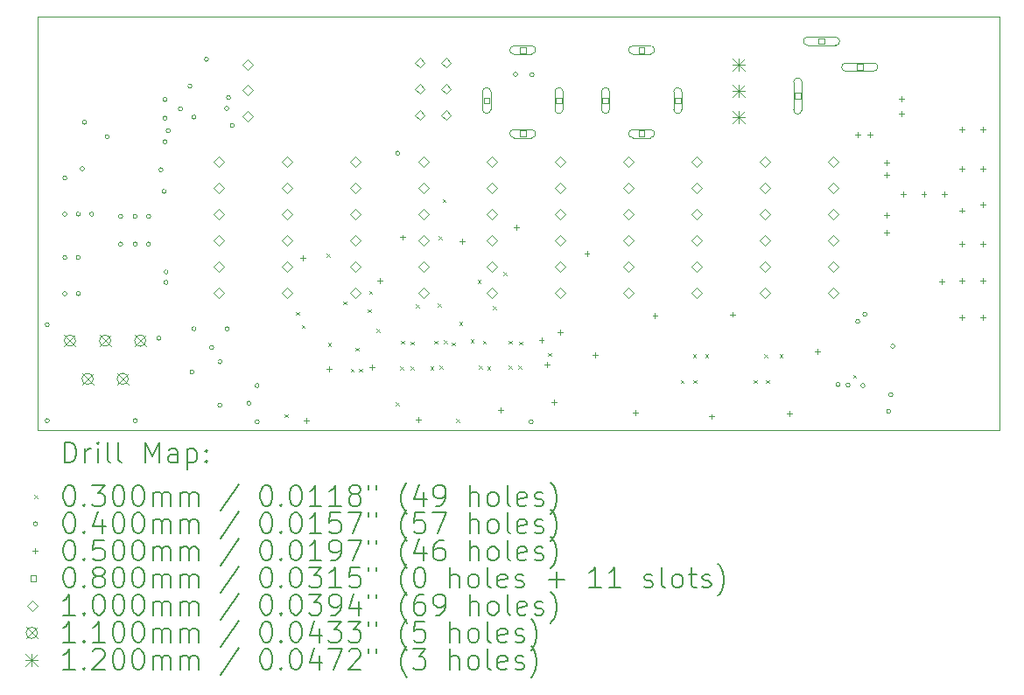
<source format=gbr>
%TF.GenerationSoftware,KiCad,Pcbnew,7.0.9-69-ge1c0bddff3*%
%TF.CreationDate,2024-02-19T13:42:37+01:00*%
%TF.ProjectId,ASP_Backplane,4153505f-4261-4636-9b70-6c616e652e6b,B*%
%TF.SameCoordinates,Original*%
%TF.FileFunction,Drillmap*%
%TF.FilePolarity,Positive*%
%FSLAX45Y45*%
G04 Gerber Fmt 4.5, Leading zero omitted, Abs format (unit mm)*
G04 Created by KiCad (PCBNEW 7.0.9-69-ge1c0bddff3) date 2024-02-19 13:42:37*
%MOMM*%
%LPD*%
G01*
G04 APERTURE LIST*
%ADD10C,0.100000*%
%ADD11C,0.200000*%
%ADD12C,0.110000*%
%ADD13C,0.120000*%
G04 APERTURE END LIST*
D10*
X4400000Y-12600000D02*
X13700000Y-12600000D01*
X13700000Y-16600000D01*
X4400000Y-16600000D01*
X4400000Y-12600000D01*
D11*
D10*
X6785000Y-16445000D02*
X6815000Y-16475000D01*
X6815000Y-16445000D02*
X6785000Y-16475000D01*
X6895000Y-15455000D02*
X6925000Y-15485000D01*
X6925000Y-15455000D02*
X6895000Y-15485000D01*
X6952900Y-15585000D02*
X6982900Y-15615000D01*
X6982900Y-15585000D02*
X6952900Y-15615000D01*
X7192791Y-14894377D02*
X7222791Y-14924377D01*
X7222791Y-14894377D02*
X7192791Y-14924377D01*
X7205000Y-15755000D02*
X7235000Y-15785000D01*
X7235000Y-15755000D02*
X7205000Y-15785000D01*
X7355000Y-15355000D02*
X7385000Y-15385000D01*
X7385000Y-15355000D02*
X7355000Y-15385000D01*
X7425000Y-16005000D02*
X7455000Y-16035000D01*
X7455000Y-16005000D02*
X7425000Y-16035000D01*
X7474378Y-15805149D02*
X7504378Y-15835149D01*
X7504378Y-15805149D02*
X7474378Y-15835149D01*
X7505000Y-16005000D02*
X7535000Y-16035000D01*
X7535000Y-16005000D02*
X7505000Y-16035000D01*
X7592446Y-15430000D02*
X7622446Y-15460000D01*
X7622446Y-15430000D02*
X7592446Y-15460000D01*
X7605000Y-15255000D02*
X7635000Y-15285000D01*
X7635000Y-15255000D02*
X7605000Y-15285000D01*
X7676638Y-15621153D02*
X7706638Y-15651153D01*
X7706638Y-15621153D02*
X7676638Y-15651153D01*
X7861685Y-16333807D02*
X7891685Y-16363807D01*
X7891685Y-16333807D02*
X7861685Y-16363807D01*
X7905000Y-15985000D02*
X7935000Y-16015000D01*
X7935000Y-15985000D02*
X7905000Y-16015000D01*
X7915000Y-15735000D02*
X7945000Y-15765000D01*
X7945000Y-15735000D02*
X7915000Y-15765000D01*
X8005000Y-15745000D02*
X8035000Y-15775000D01*
X8035000Y-15745000D02*
X8005000Y-15775000D01*
X8005000Y-15985000D02*
X8035000Y-16015000D01*
X8035000Y-15985000D02*
X8005000Y-16015000D01*
X8055000Y-15382550D02*
X8085000Y-15412550D01*
X8085000Y-15382550D02*
X8055000Y-15412550D01*
X8195000Y-15985000D02*
X8225000Y-16015000D01*
X8225000Y-15985000D02*
X8195000Y-16015000D01*
X8235000Y-15735000D02*
X8265000Y-15765000D01*
X8265000Y-15735000D02*
X8235000Y-15765000D01*
X8268772Y-15375500D02*
X8298772Y-15405500D01*
X8298772Y-15375500D02*
X8268772Y-15405500D01*
X8277585Y-14724054D02*
X8307585Y-14754054D01*
X8307585Y-14724054D02*
X8277585Y-14754054D01*
X8285000Y-15975000D02*
X8315000Y-16005000D01*
X8315000Y-15975000D02*
X8285000Y-16005000D01*
X8315000Y-14365000D02*
X8345000Y-14395000D01*
X8345000Y-14365000D02*
X8315000Y-14395000D01*
X8328004Y-15733233D02*
X8358004Y-15763233D01*
X8358004Y-15733233D02*
X8328004Y-15763233D01*
X8405520Y-15752811D02*
X8435520Y-15782811D01*
X8435520Y-15752811D02*
X8405520Y-15782811D01*
X8445000Y-16495000D02*
X8475000Y-16525000D01*
X8475000Y-16495000D02*
X8445000Y-16525000D01*
X8475000Y-15555000D02*
X8505000Y-15585000D01*
X8505000Y-15555000D02*
X8475000Y-15585000D01*
X8585000Y-15725000D02*
X8615000Y-15755000D01*
X8615000Y-15725000D02*
X8585000Y-15755000D01*
X8655000Y-15145000D02*
X8685000Y-15175000D01*
X8685000Y-15145000D02*
X8655000Y-15175000D01*
X8665000Y-15975000D02*
X8695000Y-16005000D01*
X8695000Y-15975000D02*
X8665000Y-16005000D01*
X8705000Y-15735000D02*
X8735000Y-15765000D01*
X8735000Y-15735000D02*
X8705000Y-15765000D01*
X8745000Y-15985000D02*
X8775000Y-16015000D01*
X8775000Y-15985000D02*
X8745000Y-16015000D01*
X8802291Y-15400476D02*
X8832291Y-15430476D01*
X8832291Y-15400476D02*
X8802291Y-15430476D01*
X8901140Y-15069620D02*
X8931140Y-15099620D01*
X8931140Y-15069620D02*
X8901140Y-15099620D01*
X8955000Y-15735000D02*
X8985000Y-15765000D01*
X8985000Y-15735000D02*
X8955000Y-15765000D01*
X8955000Y-15975000D02*
X8985000Y-16005000D01*
X8985000Y-15975000D02*
X8955000Y-16005000D01*
X9045000Y-15975000D02*
X9075000Y-16005000D01*
X9075000Y-15975000D02*
X9045000Y-16005000D01*
X9055149Y-15745000D02*
X9085149Y-15775000D01*
X9085149Y-15745000D02*
X9055149Y-15775000D01*
X9335000Y-15854063D02*
X9365000Y-15884063D01*
X9365000Y-15854063D02*
X9335000Y-15884063D01*
X10619441Y-16117450D02*
X10649441Y-16147450D01*
X10649441Y-16117450D02*
X10619441Y-16147450D01*
X10735000Y-15865000D02*
X10765000Y-15895000D01*
X10765000Y-15865000D02*
X10735000Y-15895000D01*
X10739441Y-16117450D02*
X10769441Y-16147450D01*
X10769441Y-16117450D02*
X10739441Y-16147450D01*
X10855000Y-15865000D02*
X10885000Y-15895000D01*
X10885000Y-15865000D02*
X10855000Y-15895000D01*
X11325281Y-16117450D02*
X11355281Y-16147450D01*
X11355281Y-16117450D02*
X11325281Y-16147450D01*
X11425000Y-15865000D02*
X11455000Y-15895000D01*
X11455000Y-15865000D02*
X11425000Y-15895000D01*
X11445281Y-16117450D02*
X11475281Y-16147450D01*
X11475281Y-16117450D02*
X11445281Y-16147450D01*
X11575000Y-15865000D02*
X11605000Y-15895000D01*
X11605000Y-15865000D02*
X11575000Y-15895000D01*
X12285000Y-16065400D02*
X12315000Y-16095400D01*
X12315000Y-16065400D02*
X12285000Y-16095400D01*
X4510000Y-15580000D02*
G75*
G03*
X4510000Y-15580000I-20000J0D01*
G01*
X4510000Y-16510000D02*
G75*
G03*
X4510000Y-16510000I-20000J0D01*
G01*
X4680000Y-14160000D02*
G75*
G03*
X4680000Y-14160000I-20000J0D01*
G01*
X4680000Y-14510000D02*
G75*
G03*
X4680000Y-14510000I-20000J0D01*
G01*
X4680000Y-14930000D02*
G75*
G03*
X4680000Y-14930000I-20000J0D01*
G01*
X4680000Y-15280000D02*
G75*
G03*
X4680000Y-15280000I-20000J0D01*
G01*
X4810000Y-14510000D02*
G75*
G03*
X4810000Y-14510000I-20000J0D01*
G01*
X4810000Y-14930000D02*
G75*
G03*
X4810000Y-14930000I-20000J0D01*
G01*
X4810000Y-15280000D02*
G75*
G03*
X4810000Y-15280000I-20000J0D01*
G01*
X4850000Y-14070000D02*
G75*
G03*
X4850000Y-14070000I-20000J0D01*
G01*
X4870000Y-13620000D02*
G75*
G03*
X4870000Y-13620000I-20000J0D01*
G01*
X4940000Y-14510000D02*
G75*
G03*
X4940000Y-14510000I-20000J0D01*
G01*
X5090000Y-13760000D02*
G75*
G03*
X5090000Y-13760000I-20000J0D01*
G01*
X5220000Y-14530000D02*
G75*
G03*
X5220000Y-14530000I-20000J0D01*
G01*
X5220000Y-14800000D02*
G75*
G03*
X5220000Y-14800000I-20000J0D01*
G01*
X5360000Y-14530000D02*
G75*
G03*
X5360000Y-14530000I-20000J0D01*
G01*
X5360000Y-14800000D02*
G75*
G03*
X5360000Y-14800000I-20000J0D01*
G01*
X5360000Y-16510000D02*
G75*
G03*
X5360000Y-16510000I-20000J0D01*
G01*
X5490000Y-14530000D02*
G75*
G03*
X5490000Y-14530000I-20000J0D01*
G01*
X5490000Y-14800000D02*
G75*
G03*
X5490000Y-14800000I-20000J0D01*
G01*
X5590000Y-15710000D02*
G75*
G03*
X5590000Y-15710000I-20000J0D01*
G01*
X5610000Y-14080000D02*
G75*
G03*
X5610000Y-14080000I-20000J0D01*
G01*
X5640000Y-14290000D02*
G75*
G03*
X5640000Y-14290000I-20000J0D01*
G01*
X5650000Y-13400000D02*
G75*
G03*
X5650000Y-13400000I-20000J0D01*
G01*
X5650000Y-13580000D02*
G75*
G03*
X5650000Y-13580000I-20000J0D01*
G01*
X5650000Y-13810000D02*
G75*
G03*
X5650000Y-13810000I-20000J0D01*
G01*
X5659100Y-15170900D02*
G75*
G03*
X5659100Y-15170900I-20000J0D01*
G01*
X5660000Y-15070000D02*
G75*
G03*
X5660000Y-15070000I-20000J0D01*
G01*
X5680000Y-13700000D02*
G75*
G03*
X5680000Y-13700000I-20000J0D01*
G01*
X5800000Y-13490000D02*
G75*
G03*
X5800000Y-13490000I-20000J0D01*
G01*
X5890000Y-13270000D02*
G75*
G03*
X5890000Y-13270000I-20000J0D01*
G01*
X5910000Y-16040000D02*
G75*
G03*
X5910000Y-16040000I-20000J0D01*
G01*
X5930000Y-13570000D02*
G75*
G03*
X5930000Y-13570000I-20000J0D01*
G01*
X5930000Y-15620000D02*
G75*
G03*
X5930000Y-15620000I-20000J0D01*
G01*
X6050000Y-13010000D02*
G75*
G03*
X6050000Y-13010000I-20000J0D01*
G01*
X6100000Y-15800000D02*
G75*
G03*
X6100000Y-15800000I-20000J0D01*
G01*
X6180000Y-15940000D02*
G75*
G03*
X6180000Y-15940000I-20000J0D01*
G01*
X6180000Y-16360000D02*
G75*
G03*
X6180000Y-16360000I-20000J0D01*
G01*
X6245084Y-13484916D02*
G75*
G03*
X6245084Y-13484916I-20000J0D01*
G01*
X6250000Y-15620000D02*
G75*
G03*
X6250000Y-15620000I-20000J0D01*
G01*
X6263319Y-13381105D02*
G75*
G03*
X6263319Y-13381105I-20000J0D01*
G01*
X6300000Y-13650000D02*
G75*
G03*
X6300000Y-13650000I-20000J0D01*
G01*
X6460000Y-16340000D02*
G75*
G03*
X6460000Y-16340000I-20000J0D01*
G01*
X6540000Y-16170000D02*
G75*
G03*
X6540000Y-16170000I-20000J0D01*
G01*
X6540000Y-16520000D02*
G75*
G03*
X6540000Y-16520000I-20000J0D01*
G01*
X7900000Y-13920000D02*
G75*
G03*
X7900000Y-13920000I-20000J0D01*
G01*
X9040000Y-13155000D02*
G75*
G03*
X9040000Y-13155000I-20000J0D01*
G01*
X9190000Y-16520000D02*
G75*
G03*
X9190000Y-16520000I-20000J0D01*
G01*
X9200000Y-13160000D02*
G75*
G03*
X9200000Y-13160000I-20000J0D01*
G01*
X12160000Y-16160000D02*
G75*
G03*
X12160000Y-16160000I-20000J0D01*
G01*
X12256557Y-16164568D02*
G75*
G03*
X12256557Y-16164568I-20000J0D01*
G01*
X12350000Y-15550000D02*
G75*
G03*
X12350000Y-15550000I-20000J0D01*
G01*
X12400000Y-16170000D02*
G75*
G03*
X12400000Y-16170000I-20000J0D01*
G01*
X12420000Y-15480000D02*
G75*
G03*
X12420000Y-15480000I-20000J0D01*
G01*
X12650000Y-16420000D02*
G75*
G03*
X12650000Y-16420000I-20000J0D01*
G01*
X12670000Y-16260000D02*
G75*
G03*
X12670000Y-16260000I-20000J0D01*
G01*
X12690000Y-15790000D02*
G75*
G03*
X12690000Y-15790000I-20000J0D01*
G01*
X6961999Y-14907400D02*
X6961999Y-14957400D01*
X6936999Y-14932400D02*
X6986999Y-14932400D01*
X7000000Y-16485000D02*
X7000000Y-16535000D01*
X6975000Y-16510000D02*
X7025000Y-16510000D01*
X7215643Y-15982500D02*
X7215643Y-16032500D01*
X7190643Y-16007500D02*
X7240643Y-16007500D01*
X7630000Y-15970050D02*
X7630000Y-16020050D01*
X7605000Y-15995050D02*
X7655000Y-15995050D01*
X7710000Y-15125000D02*
X7710000Y-15175000D01*
X7685000Y-15150000D02*
X7735000Y-15150000D01*
X7925397Y-14709599D02*
X7925397Y-14759599D01*
X7900397Y-14734599D02*
X7950397Y-14734599D01*
X8079971Y-16477218D02*
X8079971Y-16527218D01*
X8054971Y-16502218D02*
X8104971Y-16502218D01*
X8500000Y-14745000D02*
X8500000Y-14795000D01*
X8475000Y-14770000D02*
X8525000Y-14770000D01*
X8872450Y-16385000D02*
X8872450Y-16435000D01*
X8847450Y-16410000D02*
X8897450Y-16410000D01*
X9030000Y-14615000D02*
X9030000Y-14665000D01*
X9005000Y-14640000D02*
X9055000Y-14640000D01*
X9270000Y-15705000D02*
X9270000Y-15755000D01*
X9245000Y-15730000D02*
X9295000Y-15730000D01*
X9324993Y-15943825D02*
X9324993Y-15993825D01*
X9299993Y-15968825D02*
X9349993Y-15968825D01*
X9390000Y-16305000D02*
X9390000Y-16355000D01*
X9365000Y-16330000D02*
X9415000Y-16330000D01*
X9450000Y-15625000D02*
X9450000Y-15675000D01*
X9425000Y-15650000D02*
X9475000Y-15650000D01*
X9710000Y-14865000D02*
X9710000Y-14915000D01*
X9685000Y-14890000D02*
X9735000Y-14890000D01*
X9792877Y-15849320D02*
X9792877Y-15899320D01*
X9767877Y-15874320D02*
X9817877Y-15874320D01*
X10180000Y-16405000D02*
X10180000Y-16455000D01*
X10155000Y-16430000D02*
X10205000Y-16430000D01*
X10370000Y-15465000D02*
X10370000Y-15515000D01*
X10345000Y-15490000D02*
X10395000Y-15490000D01*
X10920000Y-16445000D02*
X10920000Y-16495000D01*
X10895000Y-16470000D02*
X10945000Y-16470000D01*
X11120000Y-15455000D02*
X11120000Y-15505000D01*
X11095000Y-15480000D02*
X11145000Y-15480000D01*
X11670000Y-16415000D02*
X11670000Y-16465000D01*
X11645000Y-16440000D02*
X11695000Y-16440000D01*
X11937117Y-15816717D02*
X11937117Y-15866717D01*
X11912117Y-15841717D02*
X11962117Y-15841717D01*
X12330000Y-13715000D02*
X12330000Y-13765000D01*
X12305000Y-13740000D02*
X12355000Y-13740000D01*
X12450000Y-13715000D02*
X12450000Y-13765000D01*
X12425000Y-13740000D02*
X12475000Y-13740000D01*
X12610000Y-13985000D02*
X12610000Y-14035000D01*
X12585000Y-14010000D02*
X12635000Y-14010000D01*
X12610000Y-14105000D02*
X12610000Y-14155000D01*
X12585000Y-14130000D02*
X12635000Y-14130000D01*
X12610000Y-14495000D02*
X12610000Y-14545000D01*
X12585000Y-14520000D02*
X12635000Y-14520000D01*
X12610000Y-14665000D02*
X12610000Y-14715000D01*
X12585000Y-14690000D02*
X12635000Y-14690000D01*
X12750000Y-13365000D02*
X12750000Y-13415000D01*
X12725000Y-13390000D02*
X12775000Y-13390000D01*
X12750000Y-13510010D02*
X12750000Y-13560010D01*
X12725000Y-13535010D02*
X12775000Y-13535010D01*
X12770000Y-14287500D02*
X12770000Y-14337500D01*
X12745000Y-14312500D02*
X12795000Y-14312500D01*
X12970000Y-14287500D02*
X12970000Y-14337500D01*
X12945000Y-14312500D02*
X12995000Y-14312500D01*
X13140000Y-15135000D02*
X13140000Y-15185000D01*
X13115000Y-15160000D02*
X13165000Y-15160000D01*
X13170000Y-14287500D02*
X13170000Y-14337500D01*
X13145000Y-14312500D02*
X13195000Y-14312500D01*
X13340000Y-13665000D02*
X13340000Y-13715000D01*
X13315000Y-13690000D02*
X13365000Y-13690000D01*
X13340000Y-14045000D02*
X13340000Y-14095000D01*
X13315000Y-14070000D02*
X13365000Y-14070000D01*
X13340000Y-14447500D02*
X13340000Y-14497500D01*
X13315000Y-14472500D02*
X13365000Y-14472500D01*
X13340000Y-14775000D02*
X13340000Y-14825000D01*
X13315000Y-14800000D02*
X13365000Y-14800000D01*
X13340000Y-15125000D02*
X13340000Y-15175000D01*
X13315000Y-15150000D02*
X13365000Y-15150000D01*
X13340000Y-15485000D02*
X13340000Y-15535000D01*
X13315000Y-15510000D02*
X13365000Y-15510000D01*
X13540000Y-13665000D02*
X13540000Y-13715000D01*
X13515000Y-13690000D02*
X13565000Y-13690000D01*
X13540000Y-14045000D02*
X13540000Y-14095000D01*
X13515000Y-14070000D02*
X13565000Y-14070000D01*
X13540000Y-14395000D02*
X13540000Y-14445000D01*
X13515000Y-14420000D02*
X13565000Y-14420000D01*
X13540000Y-14775000D02*
X13540000Y-14825000D01*
X13515000Y-14800000D02*
X13565000Y-14800000D01*
X13540000Y-15125000D02*
X13540000Y-15175000D01*
X13515000Y-15150000D02*
X13565000Y-15150000D01*
X13540000Y-15485000D02*
X13540000Y-15535000D01*
X13515000Y-15510000D02*
X13565000Y-15510000D01*
X8768285Y-13438284D02*
X8768285Y-13381715D01*
X8711716Y-13381715D01*
X8711716Y-13438284D01*
X8768285Y-13438284D01*
X8700000Y-13325000D02*
X8700000Y-13495000D01*
X8700000Y-13495000D02*
G75*
G03*
X8780000Y-13495000I40000J0D01*
G01*
X8780000Y-13495000D02*
X8780000Y-13325000D01*
X8780000Y-13325000D02*
G75*
G03*
X8700000Y-13325000I-40000J0D01*
G01*
X9118285Y-12948284D02*
X9118285Y-12891715D01*
X9061716Y-12891715D01*
X9061716Y-12948284D01*
X9118285Y-12948284D01*
X9005000Y-12960000D02*
X9175000Y-12960000D01*
X9175000Y-12960000D02*
G75*
G03*
X9175000Y-12880000I0J40000D01*
G01*
X9175000Y-12880000D02*
X9005000Y-12880000D01*
X9005000Y-12880000D02*
G75*
G03*
X9005000Y-12960000I0J-40000D01*
G01*
X9118285Y-13758284D02*
X9118285Y-13701715D01*
X9061716Y-13701715D01*
X9061716Y-13758284D01*
X9118285Y-13758284D01*
X9005000Y-13770000D02*
X9175000Y-13770000D01*
X9175000Y-13770000D02*
G75*
G03*
X9175000Y-13690000I0J40000D01*
G01*
X9175000Y-13690000D02*
X9005000Y-13690000D01*
X9005000Y-13690000D02*
G75*
G03*
X9005000Y-13770000I0J-40000D01*
G01*
X9468285Y-13438284D02*
X9468285Y-13381715D01*
X9411716Y-13381715D01*
X9411716Y-13438284D01*
X9468285Y-13438284D01*
X9400000Y-13325000D02*
X9400000Y-13495000D01*
X9400000Y-13495000D02*
G75*
G03*
X9480000Y-13495000I40000J0D01*
G01*
X9480000Y-13495000D02*
X9480000Y-13325000D01*
X9480000Y-13325000D02*
G75*
G03*
X9400000Y-13325000I-40000J0D01*
G01*
X9918285Y-13438284D02*
X9918285Y-13381715D01*
X9861716Y-13381715D01*
X9861716Y-13438284D01*
X9918285Y-13438284D01*
X9850000Y-13325000D02*
X9850000Y-13495000D01*
X9850000Y-13495000D02*
G75*
G03*
X9930000Y-13495000I40000J0D01*
G01*
X9930000Y-13495000D02*
X9930000Y-13325000D01*
X9930000Y-13325000D02*
G75*
G03*
X9850000Y-13325000I-40000J0D01*
G01*
X10268285Y-12948284D02*
X10268285Y-12891715D01*
X10211716Y-12891715D01*
X10211716Y-12948284D01*
X10268285Y-12948284D01*
X10155000Y-12960000D02*
X10325000Y-12960000D01*
X10325000Y-12960000D02*
G75*
G03*
X10325000Y-12880000I0J40000D01*
G01*
X10325000Y-12880000D02*
X10155000Y-12880000D01*
X10155000Y-12880000D02*
G75*
G03*
X10155000Y-12960000I0J-40000D01*
G01*
X10268285Y-13758284D02*
X10268285Y-13701715D01*
X10211716Y-13701715D01*
X10211716Y-13758284D01*
X10268285Y-13758284D01*
X10155000Y-13770000D02*
X10325000Y-13770000D01*
X10325000Y-13770000D02*
G75*
G03*
X10325000Y-13690000I0J40000D01*
G01*
X10325000Y-13690000D02*
X10155000Y-13690000D01*
X10155000Y-13690000D02*
G75*
G03*
X10155000Y-13770000I0J-40000D01*
G01*
X10618285Y-13438284D02*
X10618285Y-13381715D01*
X10561716Y-13381715D01*
X10561716Y-13438284D01*
X10618285Y-13438284D01*
X10550000Y-13325000D02*
X10550000Y-13495000D01*
X10550000Y-13495000D02*
G75*
G03*
X10630000Y-13495000I40000J0D01*
G01*
X10630000Y-13495000D02*
X10630000Y-13325000D01*
X10630000Y-13325000D02*
G75*
G03*
X10550000Y-13325000I-40000J0D01*
G01*
X11778284Y-13393284D02*
X11778284Y-13336715D01*
X11721715Y-13336715D01*
X11721715Y-13393284D01*
X11778284Y-13393284D01*
X11710000Y-13230000D02*
X11710000Y-13500000D01*
X11710000Y-13500000D02*
G75*
G03*
X11790000Y-13500000I40000J0D01*
G01*
X11790000Y-13500000D02*
X11790000Y-13230000D01*
X11790000Y-13230000D02*
G75*
G03*
X11710000Y-13230000I-40000J0D01*
G01*
X12008284Y-12863284D02*
X12008284Y-12806715D01*
X11951715Y-12806715D01*
X11951715Y-12863284D01*
X12008284Y-12863284D01*
X12115000Y-12795000D02*
X11845000Y-12795000D01*
X11845000Y-12795000D02*
G75*
G03*
X11845000Y-12875000I0J-40000D01*
G01*
X11845000Y-12875000D02*
X12115000Y-12875000D01*
X12115000Y-12875000D02*
G75*
G03*
X12115000Y-12795000I0J40000D01*
G01*
X12378284Y-13113284D02*
X12378284Y-13056715D01*
X12321715Y-13056715D01*
X12321715Y-13113284D01*
X12378284Y-13113284D01*
X12485000Y-13045000D02*
X12215000Y-13045000D01*
X12215000Y-13045000D02*
G75*
G03*
X12215000Y-13125000I0J-40000D01*
G01*
X12215000Y-13125000D02*
X12485000Y-13125000D01*
X12485000Y-13125000D02*
G75*
G03*
X12485000Y-13045000I0J40000D01*
G01*
X6152500Y-14050000D02*
X6202500Y-14000000D01*
X6152500Y-13950000D01*
X6102500Y-14000000D01*
X6152500Y-14050000D01*
X6152500Y-14304000D02*
X6202500Y-14254000D01*
X6152500Y-14204000D01*
X6102500Y-14254000D01*
X6152500Y-14304000D01*
X6152500Y-14558000D02*
X6202500Y-14508000D01*
X6152500Y-14458000D01*
X6102500Y-14508000D01*
X6152500Y-14558000D01*
X6152500Y-14812000D02*
X6202500Y-14762000D01*
X6152500Y-14712000D01*
X6102500Y-14762000D01*
X6152500Y-14812000D01*
X6152500Y-15066000D02*
X6202500Y-15016000D01*
X6152500Y-14966000D01*
X6102500Y-15016000D01*
X6152500Y-15066000D01*
X6152500Y-15320000D02*
X6202500Y-15270000D01*
X6152500Y-15220000D01*
X6102500Y-15270000D01*
X6152500Y-15320000D01*
X6430000Y-13110000D02*
X6480000Y-13060000D01*
X6430000Y-13010000D01*
X6380000Y-13060000D01*
X6430000Y-13110000D01*
X6430000Y-13360000D02*
X6480000Y-13310000D01*
X6430000Y-13260000D01*
X6380000Y-13310000D01*
X6430000Y-13360000D01*
X6430000Y-13610000D02*
X6480000Y-13560000D01*
X6430000Y-13510000D01*
X6380000Y-13560000D01*
X6430000Y-13610000D01*
X6812500Y-14050000D02*
X6862500Y-14000000D01*
X6812500Y-13950000D01*
X6762500Y-14000000D01*
X6812500Y-14050000D01*
X6812500Y-14304000D02*
X6862500Y-14254000D01*
X6812500Y-14204000D01*
X6762500Y-14254000D01*
X6812500Y-14304000D01*
X6812500Y-14558000D02*
X6862500Y-14508000D01*
X6812500Y-14458000D01*
X6762500Y-14508000D01*
X6812500Y-14558000D01*
X6812500Y-14812000D02*
X6862500Y-14762000D01*
X6812500Y-14712000D01*
X6762500Y-14762000D01*
X6812500Y-14812000D01*
X6812500Y-15066000D02*
X6862500Y-15016000D01*
X6812500Y-14966000D01*
X6762500Y-15016000D01*
X6812500Y-15066000D01*
X6812500Y-15320000D02*
X6862500Y-15270000D01*
X6812500Y-15220000D01*
X6762500Y-15270000D01*
X6812500Y-15320000D01*
X7472500Y-14050000D02*
X7522500Y-14000000D01*
X7472500Y-13950000D01*
X7422500Y-14000000D01*
X7472500Y-14050000D01*
X7472500Y-14304000D02*
X7522500Y-14254000D01*
X7472500Y-14204000D01*
X7422500Y-14254000D01*
X7472500Y-14304000D01*
X7472500Y-14558000D02*
X7522500Y-14508000D01*
X7472500Y-14458000D01*
X7422500Y-14508000D01*
X7472500Y-14558000D01*
X7472500Y-14812000D02*
X7522500Y-14762000D01*
X7472500Y-14712000D01*
X7422500Y-14762000D01*
X7472500Y-14812000D01*
X7472500Y-15066000D02*
X7522500Y-15016000D01*
X7472500Y-14966000D01*
X7422500Y-15016000D01*
X7472500Y-15066000D01*
X7472500Y-15320000D02*
X7522500Y-15270000D01*
X7472500Y-15220000D01*
X7422500Y-15270000D01*
X7472500Y-15320000D01*
X8093500Y-13092000D02*
X8143500Y-13042000D01*
X8093500Y-12992000D01*
X8043500Y-13042000D01*
X8093500Y-13092000D01*
X8093500Y-13346000D02*
X8143500Y-13296000D01*
X8093500Y-13246000D01*
X8043500Y-13296000D01*
X8093500Y-13346000D01*
X8093500Y-13600000D02*
X8143500Y-13550000D01*
X8093500Y-13500000D01*
X8043500Y-13550000D01*
X8093500Y-13600000D01*
X8132500Y-14050000D02*
X8182500Y-14000000D01*
X8132500Y-13950000D01*
X8082500Y-14000000D01*
X8132500Y-14050000D01*
X8132500Y-14304000D02*
X8182500Y-14254000D01*
X8132500Y-14204000D01*
X8082500Y-14254000D01*
X8132500Y-14304000D01*
X8132500Y-14558000D02*
X8182500Y-14508000D01*
X8132500Y-14458000D01*
X8082500Y-14508000D01*
X8132500Y-14558000D01*
X8132500Y-14812000D02*
X8182500Y-14762000D01*
X8132500Y-14712000D01*
X8082500Y-14762000D01*
X8132500Y-14812000D01*
X8132500Y-15066000D02*
X8182500Y-15016000D01*
X8132500Y-14966000D01*
X8082500Y-15016000D01*
X8132500Y-15066000D01*
X8132500Y-15320000D02*
X8182500Y-15270000D01*
X8132500Y-15220000D01*
X8082500Y-15270000D01*
X8132500Y-15320000D01*
X8347500Y-13092000D02*
X8397500Y-13042000D01*
X8347500Y-12992000D01*
X8297500Y-13042000D01*
X8347500Y-13092000D01*
X8347500Y-13346000D02*
X8397500Y-13296000D01*
X8347500Y-13246000D01*
X8297500Y-13296000D01*
X8347500Y-13346000D01*
X8347500Y-13600000D02*
X8397500Y-13550000D01*
X8347500Y-13500000D01*
X8297500Y-13550000D01*
X8347500Y-13600000D01*
X8792500Y-14050000D02*
X8842500Y-14000000D01*
X8792500Y-13950000D01*
X8742500Y-14000000D01*
X8792500Y-14050000D01*
X8792500Y-14304000D02*
X8842500Y-14254000D01*
X8792500Y-14204000D01*
X8742500Y-14254000D01*
X8792500Y-14304000D01*
X8792500Y-14558000D02*
X8842500Y-14508000D01*
X8792500Y-14458000D01*
X8742500Y-14508000D01*
X8792500Y-14558000D01*
X8792500Y-14812000D02*
X8842500Y-14762000D01*
X8792500Y-14712000D01*
X8742500Y-14762000D01*
X8792500Y-14812000D01*
X8792500Y-15066000D02*
X8842500Y-15016000D01*
X8792500Y-14966000D01*
X8742500Y-15016000D01*
X8792500Y-15066000D01*
X8792500Y-15320000D02*
X8842500Y-15270000D01*
X8792500Y-15220000D01*
X8742500Y-15270000D01*
X8792500Y-15320000D01*
X9452500Y-14050000D02*
X9502500Y-14000000D01*
X9452500Y-13950000D01*
X9402500Y-14000000D01*
X9452500Y-14050000D01*
X9452500Y-14304000D02*
X9502500Y-14254000D01*
X9452500Y-14204000D01*
X9402500Y-14254000D01*
X9452500Y-14304000D01*
X9452500Y-14558000D02*
X9502500Y-14508000D01*
X9452500Y-14458000D01*
X9402500Y-14508000D01*
X9452500Y-14558000D01*
X9452500Y-14812000D02*
X9502500Y-14762000D01*
X9452500Y-14712000D01*
X9402500Y-14762000D01*
X9452500Y-14812000D01*
X9452500Y-15066000D02*
X9502500Y-15016000D01*
X9452500Y-14966000D01*
X9402500Y-15016000D01*
X9452500Y-15066000D01*
X9452500Y-15320000D02*
X9502500Y-15270000D01*
X9452500Y-15220000D01*
X9402500Y-15270000D01*
X9452500Y-15320000D01*
X10112500Y-14050000D02*
X10162500Y-14000000D01*
X10112500Y-13950000D01*
X10062500Y-14000000D01*
X10112500Y-14050000D01*
X10112500Y-14304000D02*
X10162500Y-14254000D01*
X10112500Y-14204000D01*
X10062500Y-14254000D01*
X10112500Y-14304000D01*
X10112500Y-14558000D02*
X10162500Y-14508000D01*
X10112500Y-14458000D01*
X10062500Y-14508000D01*
X10112500Y-14558000D01*
X10112500Y-14812000D02*
X10162500Y-14762000D01*
X10112500Y-14712000D01*
X10062500Y-14762000D01*
X10112500Y-14812000D01*
X10112500Y-15066000D02*
X10162500Y-15016000D01*
X10112500Y-14966000D01*
X10062500Y-15016000D01*
X10112500Y-15066000D01*
X10112500Y-15320000D02*
X10162500Y-15270000D01*
X10112500Y-15220000D01*
X10062500Y-15270000D01*
X10112500Y-15320000D01*
X10772500Y-14050000D02*
X10822500Y-14000000D01*
X10772500Y-13950000D01*
X10722500Y-14000000D01*
X10772500Y-14050000D01*
X10772500Y-14304000D02*
X10822500Y-14254000D01*
X10772500Y-14204000D01*
X10722500Y-14254000D01*
X10772500Y-14304000D01*
X10772500Y-14558000D02*
X10822500Y-14508000D01*
X10772500Y-14458000D01*
X10722500Y-14508000D01*
X10772500Y-14558000D01*
X10772500Y-14812000D02*
X10822500Y-14762000D01*
X10772500Y-14712000D01*
X10722500Y-14762000D01*
X10772500Y-14812000D01*
X10772500Y-15066000D02*
X10822500Y-15016000D01*
X10772500Y-14966000D01*
X10722500Y-15016000D01*
X10772500Y-15066000D01*
X10772500Y-15320000D02*
X10822500Y-15270000D01*
X10772500Y-15220000D01*
X10722500Y-15270000D01*
X10772500Y-15320000D01*
X11432500Y-14050000D02*
X11482500Y-14000000D01*
X11432500Y-13950000D01*
X11382500Y-14000000D01*
X11432500Y-14050000D01*
X11432500Y-14304000D02*
X11482500Y-14254000D01*
X11432500Y-14204000D01*
X11382500Y-14254000D01*
X11432500Y-14304000D01*
X11432500Y-14558000D02*
X11482500Y-14508000D01*
X11432500Y-14458000D01*
X11382500Y-14508000D01*
X11432500Y-14558000D01*
X11432500Y-14812000D02*
X11482500Y-14762000D01*
X11432500Y-14712000D01*
X11382500Y-14762000D01*
X11432500Y-14812000D01*
X11432500Y-15066000D02*
X11482500Y-15016000D01*
X11432500Y-14966000D01*
X11382500Y-15016000D01*
X11432500Y-15066000D01*
X11432500Y-15320000D02*
X11482500Y-15270000D01*
X11432500Y-15220000D01*
X11382500Y-15270000D01*
X11432500Y-15320000D01*
X12092500Y-14050000D02*
X12142500Y-14000000D01*
X12092500Y-13950000D01*
X12042500Y-14000000D01*
X12092500Y-14050000D01*
X12092500Y-14304000D02*
X12142500Y-14254000D01*
X12092500Y-14204000D01*
X12042500Y-14254000D01*
X12092500Y-14304000D01*
X12092500Y-14558000D02*
X12142500Y-14508000D01*
X12092500Y-14458000D01*
X12042500Y-14508000D01*
X12092500Y-14558000D01*
X12092500Y-14812000D02*
X12142500Y-14762000D01*
X12092500Y-14712000D01*
X12042500Y-14762000D01*
X12092500Y-14812000D01*
X12092500Y-15066000D02*
X12142500Y-15016000D01*
X12092500Y-14966000D01*
X12042500Y-15016000D01*
X12092500Y-15066000D01*
X12092500Y-15320000D02*
X12142500Y-15270000D01*
X12092500Y-15220000D01*
X12042500Y-15270000D01*
X12092500Y-15320000D01*
D12*
X4655000Y-15680000D02*
X4765000Y-15790000D01*
X4765000Y-15680000D02*
X4655000Y-15790000D01*
X4765000Y-15735000D02*
G75*
G03*
X4765000Y-15735000I-55000J0D01*
G01*
X4825000Y-16050000D02*
X4935000Y-16160000D01*
X4935000Y-16050000D02*
X4825000Y-16160000D01*
X4935000Y-16105000D02*
G75*
G03*
X4935000Y-16105000I-55000J0D01*
G01*
X4995000Y-15680000D02*
X5105000Y-15790000D01*
X5105000Y-15680000D02*
X4995000Y-15790000D01*
X5105000Y-15735000D02*
G75*
G03*
X5105000Y-15735000I-55000J0D01*
G01*
X5165000Y-16050000D02*
X5275000Y-16160000D01*
X5275000Y-16050000D02*
X5165000Y-16160000D01*
X5275000Y-16105000D02*
G75*
G03*
X5275000Y-16105000I-55000J0D01*
G01*
X5335000Y-15680000D02*
X5445000Y-15790000D01*
X5445000Y-15680000D02*
X5335000Y-15790000D01*
X5445000Y-15735000D02*
G75*
G03*
X5445000Y-15735000I-55000J0D01*
G01*
D13*
X11120000Y-13006000D02*
X11240000Y-13126000D01*
X11240000Y-13006000D02*
X11120000Y-13126000D01*
X11180000Y-13006000D02*
X11180000Y-13126000D01*
X11120000Y-13066000D02*
X11240000Y-13066000D01*
X11120000Y-13260000D02*
X11240000Y-13380000D01*
X11240000Y-13260000D02*
X11120000Y-13380000D01*
X11180000Y-13260000D02*
X11180000Y-13380000D01*
X11120000Y-13320000D02*
X11240000Y-13320000D01*
X11120000Y-13514000D02*
X11240000Y-13634000D01*
X11240000Y-13514000D02*
X11120000Y-13634000D01*
X11180000Y-13514000D02*
X11180000Y-13634000D01*
X11120000Y-13574000D02*
X11240000Y-13574000D01*
D11*
X4655777Y-16916484D02*
X4655777Y-16716484D01*
X4655777Y-16716484D02*
X4703396Y-16716484D01*
X4703396Y-16716484D02*
X4731967Y-16726008D01*
X4731967Y-16726008D02*
X4751015Y-16745055D01*
X4751015Y-16745055D02*
X4760539Y-16764103D01*
X4760539Y-16764103D02*
X4770063Y-16802198D01*
X4770063Y-16802198D02*
X4770063Y-16830770D01*
X4770063Y-16830770D02*
X4760539Y-16868865D01*
X4760539Y-16868865D02*
X4751015Y-16887912D01*
X4751015Y-16887912D02*
X4731967Y-16906960D01*
X4731967Y-16906960D02*
X4703396Y-16916484D01*
X4703396Y-16916484D02*
X4655777Y-16916484D01*
X4855777Y-16916484D02*
X4855777Y-16783150D01*
X4855777Y-16821246D02*
X4865301Y-16802198D01*
X4865301Y-16802198D02*
X4874824Y-16792674D01*
X4874824Y-16792674D02*
X4893872Y-16783150D01*
X4893872Y-16783150D02*
X4912920Y-16783150D01*
X4979586Y-16916484D02*
X4979586Y-16783150D01*
X4979586Y-16716484D02*
X4970063Y-16726008D01*
X4970063Y-16726008D02*
X4979586Y-16735531D01*
X4979586Y-16735531D02*
X4989110Y-16726008D01*
X4989110Y-16726008D02*
X4979586Y-16716484D01*
X4979586Y-16716484D02*
X4979586Y-16735531D01*
X5103396Y-16916484D02*
X5084348Y-16906960D01*
X5084348Y-16906960D02*
X5074824Y-16887912D01*
X5074824Y-16887912D02*
X5074824Y-16716484D01*
X5208158Y-16916484D02*
X5189110Y-16906960D01*
X5189110Y-16906960D02*
X5179586Y-16887912D01*
X5179586Y-16887912D02*
X5179586Y-16716484D01*
X5436729Y-16916484D02*
X5436729Y-16716484D01*
X5436729Y-16716484D02*
X5503396Y-16859341D01*
X5503396Y-16859341D02*
X5570063Y-16716484D01*
X5570063Y-16716484D02*
X5570063Y-16916484D01*
X5751015Y-16916484D02*
X5751015Y-16811722D01*
X5751015Y-16811722D02*
X5741491Y-16792674D01*
X5741491Y-16792674D02*
X5722443Y-16783150D01*
X5722443Y-16783150D02*
X5684348Y-16783150D01*
X5684348Y-16783150D02*
X5665301Y-16792674D01*
X5751015Y-16906960D02*
X5731967Y-16916484D01*
X5731967Y-16916484D02*
X5684348Y-16916484D01*
X5684348Y-16916484D02*
X5665301Y-16906960D01*
X5665301Y-16906960D02*
X5655777Y-16887912D01*
X5655777Y-16887912D02*
X5655777Y-16868865D01*
X5655777Y-16868865D02*
X5665301Y-16849817D01*
X5665301Y-16849817D02*
X5684348Y-16840293D01*
X5684348Y-16840293D02*
X5731967Y-16840293D01*
X5731967Y-16840293D02*
X5751015Y-16830770D01*
X5846253Y-16783150D02*
X5846253Y-16983150D01*
X5846253Y-16792674D02*
X5865301Y-16783150D01*
X5865301Y-16783150D02*
X5903396Y-16783150D01*
X5903396Y-16783150D02*
X5922443Y-16792674D01*
X5922443Y-16792674D02*
X5931967Y-16802198D01*
X5931967Y-16802198D02*
X5941491Y-16821246D01*
X5941491Y-16821246D02*
X5941491Y-16878389D01*
X5941491Y-16878389D02*
X5931967Y-16897436D01*
X5931967Y-16897436D02*
X5922443Y-16906960D01*
X5922443Y-16906960D02*
X5903396Y-16916484D01*
X5903396Y-16916484D02*
X5865301Y-16916484D01*
X5865301Y-16916484D02*
X5846253Y-16906960D01*
X6027205Y-16897436D02*
X6036729Y-16906960D01*
X6036729Y-16906960D02*
X6027205Y-16916484D01*
X6027205Y-16916484D02*
X6017682Y-16906960D01*
X6017682Y-16906960D02*
X6027205Y-16897436D01*
X6027205Y-16897436D02*
X6027205Y-16916484D01*
X6027205Y-16792674D02*
X6036729Y-16802198D01*
X6036729Y-16802198D02*
X6027205Y-16811722D01*
X6027205Y-16811722D02*
X6017682Y-16802198D01*
X6017682Y-16802198D02*
X6027205Y-16792674D01*
X6027205Y-16792674D02*
X6027205Y-16811722D01*
D10*
X4365000Y-17230000D02*
X4395000Y-17260000D01*
X4395000Y-17230000D02*
X4365000Y-17260000D01*
D11*
X4693872Y-17136484D02*
X4712920Y-17136484D01*
X4712920Y-17136484D02*
X4731967Y-17146008D01*
X4731967Y-17146008D02*
X4741491Y-17155531D01*
X4741491Y-17155531D02*
X4751015Y-17174579D01*
X4751015Y-17174579D02*
X4760539Y-17212674D01*
X4760539Y-17212674D02*
X4760539Y-17260293D01*
X4760539Y-17260293D02*
X4751015Y-17298389D01*
X4751015Y-17298389D02*
X4741491Y-17317436D01*
X4741491Y-17317436D02*
X4731967Y-17326960D01*
X4731967Y-17326960D02*
X4712920Y-17336484D01*
X4712920Y-17336484D02*
X4693872Y-17336484D01*
X4693872Y-17336484D02*
X4674824Y-17326960D01*
X4674824Y-17326960D02*
X4665301Y-17317436D01*
X4665301Y-17317436D02*
X4655777Y-17298389D01*
X4655777Y-17298389D02*
X4646253Y-17260293D01*
X4646253Y-17260293D02*
X4646253Y-17212674D01*
X4646253Y-17212674D02*
X4655777Y-17174579D01*
X4655777Y-17174579D02*
X4665301Y-17155531D01*
X4665301Y-17155531D02*
X4674824Y-17146008D01*
X4674824Y-17146008D02*
X4693872Y-17136484D01*
X4846253Y-17317436D02*
X4855777Y-17326960D01*
X4855777Y-17326960D02*
X4846253Y-17336484D01*
X4846253Y-17336484D02*
X4836729Y-17326960D01*
X4836729Y-17326960D02*
X4846253Y-17317436D01*
X4846253Y-17317436D02*
X4846253Y-17336484D01*
X4922444Y-17136484D02*
X5046253Y-17136484D01*
X5046253Y-17136484D02*
X4979586Y-17212674D01*
X4979586Y-17212674D02*
X5008158Y-17212674D01*
X5008158Y-17212674D02*
X5027205Y-17222198D01*
X5027205Y-17222198D02*
X5036729Y-17231722D01*
X5036729Y-17231722D02*
X5046253Y-17250770D01*
X5046253Y-17250770D02*
X5046253Y-17298389D01*
X5046253Y-17298389D02*
X5036729Y-17317436D01*
X5036729Y-17317436D02*
X5027205Y-17326960D01*
X5027205Y-17326960D02*
X5008158Y-17336484D01*
X5008158Y-17336484D02*
X4951015Y-17336484D01*
X4951015Y-17336484D02*
X4931967Y-17326960D01*
X4931967Y-17326960D02*
X4922444Y-17317436D01*
X5170063Y-17136484D02*
X5189110Y-17136484D01*
X5189110Y-17136484D02*
X5208158Y-17146008D01*
X5208158Y-17146008D02*
X5217682Y-17155531D01*
X5217682Y-17155531D02*
X5227205Y-17174579D01*
X5227205Y-17174579D02*
X5236729Y-17212674D01*
X5236729Y-17212674D02*
X5236729Y-17260293D01*
X5236729Y-17260293D02*
X5227205Y-17298389D01*
X5227205Y-17298389D02*
X5217682Y-17317436D01*
X5217682Y-17317436D02*
X5208158Y-17326960D01*
X5208158Y-17326960D02*
X5189110Y-17336484D01*
X5189110Y-17336484D02*
X5170063Y-17336484D01*
X5170063Y-17336484D02*
X5151015Y-17326960D01*
X5151015Y-17326960D02*
X5141491Y-17317436D01*
X5141491Y-17317436D02*
X5131967Y-17298389D01*
X5131967Y-17298389D02*
X5122444Y-17260293D01*
X5122444Y-17260293D02*
X5122444Y-17212674D01*
X5122444Y-17212674D02*
X5131967Y-17174579D01*
X5131967Y-17174579D02*
X5141491Y-17155531D01*
X5141491Y-17155531D02*
X5151015Y-17146008D01*
X5151015Y-17146008D02*
X5170063Y-17136484D01*
X5360539Y-17136484D02*
X5379586Y-17136484D01*
X5379586Y-17136484D02*
X5398634Y-17146008D01*
X5398634Y-17146008D02*
X5408158Y-17155531D01*
X5408158Y-17155531D02*
X5417682Y-17174579D01*
X5417682Y-17174579D02*
X5427205Y-17212674D01*
X5427205Y-17212674D02*
X5427205Y-17260293D01*
X5427205Y-17260293D02*
X5417682Y-17298389D01*
X5417682Y-17298389D02*
X5408158Y-17317436D01*
X5408158Y-17317436D02*
X5398634Y-17326960D01*
X5398634Y-17326960D02*
X5379586Y-17336484D01*
X5379586Y-17336484D02*
X5360539Y-17336484D01*
X5360539Y-17336484D02*
X5341491Y-17326960D01*
X5341491Y-17326960D02*
X5331967Y-17317436D01*
X5331967Y-17317436D02*
X5322444Y-17298389D01*
X5322444Y-17298389D02*
X5312920Y-17260293D01*
X5312920Y-17260293D02*
X5312920Y-17212674D01*
X5312920Y-17212674D02*
X5322444Y-17174579D01*
X5322444Y-17174579D02*
X5331967Y-17155531D01*
X5331967Y-17155531D02*
X5341491Y-17146008D01*
X5341491Y-17146008D02*
X5360539Y-17136484D01*
X5512920Y-17336484D02*
X5512920Y-17203150D01*
X5512920Y-17222198D02*
X5522444Y-17212674D01*
X5522444Y-17212674D02*
X5541491Y-17203150D01*
X5541491Y-17203150D02*
X5570063Y-17203150D01*
X5570063Y-17203150D02*
X5589110Y-17212674D01*
X5589110Y-17212674D02*
X5598634Y-17231722D01*
X5598634Y-17231722D02*
X5598634Y-17336484D01*
X5598634Y-17231722D02*
X5608158Y-17212674D01*
X5608158Y-17212674D02*
X5627205Y-17203150D01*
X5627205Y-17203150D02*
X5655777Y-17203150D01*
X5655777Y-17203150D02*
X5674824Y-17212674D01*
X5674824Y-17212674D02*
X5684348Y-17231722D01*
X5684348Y-17231722D02*
X5684348Y-17336484D01*
X5779586Y-17336484D02*
X5779586Y-17203150D01*
X5779586Y-17222198D02*
X5789110Y-17212674D01*
X5789110Y-17212674D02*
X5808158Y-17203150D01*
X5808158Y-17203150D02*
X5836729Y-17203150D01*
X5836729Y-17203150D02*
X5855777Y-17212674D01*
X5855777Y-17212674D02*
X5865301Y-17231722D01*
X5865301Y-17231722D02*
X5865301Y-17336484D01*
X5865301Y-17231722D02*
X5874824Y-17212674D01*
X5874824Y-17212674D02*
X5893872Y-17203150D01*
X5893872Y-17203150D02*
X5922443Y-17203150D01*
X5922443Y-17203150D02*
X5941491Y-17212674D01*
X5941491Y-17212674D02*
X5951015Y-17231722D01*
X5951015Y-17231722D02*
X5951015Y-17336484D01*
X6341491Y-17126960D02*
X6170063Y-17384103D01*
X6598634Y-17136484D02*
X6617682Y-17136484D01*
X6617682Y-17136484D02*
X6636729Y-17146008D01*
X6636729Y-17146008D02*
X6646253Y-17155531D01*
X6646253Y-17155531D02*
X6655777Y-17174579D01*
X6655777Y-17174579D02*
X6665301Y-17212674D01*
X6665301Y-17212674D02*
X6665301Y-17260293D01*
X6665301Y-17260293D02*
X6655777Y-17298389D01*
X6655777Y-17298389D02*
X6646253Y-17317436D01*
X6646253Y-17317436D02*
X6636729Y-17326960D01*
X6636729Y-17326960D02*
X6617682Y-17336484D01*
X6617682Y-17336484D02*
X6598634Y-17336484D01*
X6598634Y-17336484D02*
X6579586Y-17326960D01*
X6579586Y-17326960D02*
X6570063Y-17317436D01*
X6570063Y-17317436D02*
X6560539Y-17298389D01*
X6560539Y-17298389D02*
X6551015Y-17260293D01*
X6551015Y-17260293D02*
X6551015Y-17212674D01*
X6551015Y-17212674D02*
X6560539Y-17174579D01*
X6560539Y-17174579D02*
X6570063Y-17155531D01*
X6570063Y-17155531D02*
X6579586Y-17146008D01*
X6579586Y-17146008D02*
X6598634Y-17136484D01*
X6751015Y-17317436D02*
X6760539Y-17326960D01*
X6760539Y-17326960D02*
X6751015Y-17336484D01*
X6751015Y-17336484D02*
X6741491Y-17326960D01*
X6741491Y-17326960D02*
X6751015Y-17317436D01*
X6751015Y-17317436D02*
X6751015Y-17336484D01*
X6884348Y-17136484D02*
X6903396Y-17136484D01*
X6903396Y-17136484D02*
X6922444Y-17146008D01*
X6922444Y-17146008D02*
X6931967Y-17155531D01*
X6931967Y-17155531D02*
X6941491Y-17174579D01*
X6941491Y-17174579D02*
X6951015Y-17212674D01*
X6951015Y-17212674D02*
X6951015Y-17260293D01*
X6951015Y-17260293D02*
X6941491Y-17298389D01*
X6941491Y-17298389D02*
X6931967Y-17317436D01*
X6931967Y-17317436D02*
X6922444Y-17326960D01*
X6922444Y-17326960D02*
X6903396Y-17336484D01*
X6903396Y-17336484D02*
X6884348Y-17336484D01*
X6884348Y-17336484D02*
X6865301Y-17326960D01*
X6865301Y-17326960D02*
X6855777Y-17317436D01*
X6855777Y-17317436D02*
X6846253Y-17298389D01*
X6846253Y-17298389D02*
X6836729Y-17260293D01*
X6836729Y-17260293D02*
X6836729Y-17212674D01*
X6836729Y-17212674D02*
X6846253Y-17174579D01*
X6846253Y-17174579D02*
X6855777Y-17155531D01*
X6855777Y-17155531D02*
X6865301Y-17146008D01*
X6865301Y-17146008D02*
X6884348Y-17136484D01*
X7141491Y-17336484D02*
X7027206Y-17336484D01*
X7084348Y-17336484D02*
X7084348Y-17136484D01*
X7084348Y-17136484D02*
X7065301Y-17165055D01*
X7065301Y-17165055D02*
X7046253Y-17184103D01*
X7046253Y-17184103D02*
X7027206Y-17193627D01*
X7331967Y-17336484D02*
X7217682Y-17336484D01*
X7274825Y-17336484D02*
X7274825Y-17136484D01*
X7274825Y-17136484D02*
X7255777Y-17165055D01*
X7255777Y-17165055D02*
X7236729Y-17184103D01*
X7236729Y-17184103D02*
X7217682Y-17193627D01*
X7446253Y-17222198D02*
X7427206Y-17212674D01*
X7427206Y-17212674D02*
X7417682Y-17203150D01*
X7417682Y-17203150D02*
X7408158Y-17184103D01*
X7408158Y-17184103D02*
X7408158Y-17174579D01*
X7408158Y-17174579D02*
X7417682Y-17155531D01*
X7417682Y-17155531D02*
X7427206Y-17146008D01*
X7427206Y-17146008D02*
X7446253Y-17136484D01*
X7446253Y-17136484D02*
X7484348Y-17136484D01*
X7484348Y-17136484D02*
X7503396Y-17146008D01*
X7503396Y-17146008D02*
X7512920Y-17155531D01*
X7512920Y-17155531D02*
X7522444Y-17174579D01*
X7522444Y-17174579D02*
X7522444Y-17184103D01*
X7522444Y-17184103D02*
X7512920Y-17203150D01*
X7512920Y-17203150D02*
X7503396Y-17212674D01*
X7503396Y-17212674D02*
X7484348Y-17222198D01*
X7484348Y-17222198D02*
X7446253Y-17222198D01*
X7446253Y-17222198D02*
X7427206Y-17231722D01*
X7427206Y-17231722D02*
X7417682Y-17241246D01*
X7417682Y-17241246D02*
X7408158Y-17260293D01*
X7408158Y-17260293D02*
X7408158Y-17298389D01*
X7408158Y-17298389D02*
X7417682Y-17317436D01*
X7417682Y-17317436D02*
X7427206Y-17326960D01*
X7427206Y-17326960D02*
X7446253Y-17336484D01*
X7446253Y-17336484D02*
X7484348Y-17336484D01*
X7484348Y-17336484D02*
X7503396Y-17326960D01*
X7503396Y-17326960D02*
X7512920Y-17317436D01*
X7512920Y-17317436D02*
X7522444Y-17298389D01*
X7522444Y-17298389D02*
X7522444Y-17260293D01*
X7522444Y-17260293D02*
X7512920Y-17241246D01*
X7512920Y-17241246D02*
X7503396Y-17231722D01*
X7503396Y-17231722D02*
X7484348Y-17222198D01*
X7598634Y-17136484D02*
X7598634Y-17174579D01*
X7674825Y-17136484D02*
X7674825Y-17174579D01*
X7970063Y-17412674D02*
X7960539Y-17403150D01*
X7960539Y-17403150D02*
X7941491Y-17374579D01*
X7941491Y-17374579D02*
X7931968Y-17355531D01*
X7931968Y-17355531D02*
X7922444Y-17326960D01*
X7922444Y-17326960D02*
X7912920Y-17279341D01*
X7912920Y-17279341D02*
X7912920Y-17241246D01*
X7912920Y-17241246D02*
X7922444Y-17193627D01*
X7922444Y-17193627D02*
X7931968Y-17165055D01*
X7931968Y-17165055D02*
X7941491Y-17146008D01*
X7941491Y-17146008D02*
X7960539Y-17117436D01*
X7960539Y-17117436D02*
X7970063Y-17107912D01*
X8131968Y-17203150D02*
X8131968Y-17336484D01*
X8084348Y-17126960D02*
X8036729Y-17269817D01*
X8036729Y-17269817D02*
X8160539Y-17269817D01*
X8246253Y-17336484D02*
X8284348Y-17336484D01*
X8284348Y-17336484D02*
X8303396Y-17326960D01*
X8303396Y-17326960D02*
X8312920Y-17317436D01*
X8312920Y-17317436D02*
X8331968Y-17288865D01*
X8331968Y-17288865D02*
X8341491Y-17250770D01*
X8341491Y-17250770D02*
X8341491Y-17174579D01*
X8341491Y-17174579D02*
X8331968Y-17155531D01*
X8331968Y-17155531D02*
X8322444Y-17146008D01*
X8322444Y-17146008D02*
X8303396Y-17136484D01*
X8303396Y-17136484D02*
X8265301Y-17136484D01*
X8265301Y-17136484D02*
X8246253Y-17146008D01*
X8246253Y-17146008D02*
X8236729Y-17155531D01*
X8236729Y-17155531D02*
X8227206Y-17174579D01*
X8227206Y-17174579D02*
X8227206Y-17222198D01*
X8227206Y-17222198D02*
X8236729Y-17241246D01*
X8236729Y-17241246D02*
X8246253Y-17250770D01*
X8246253Y-17250770D02*
X8265301Y-17260293D01*
X8265301Y-17260293D02*
X8303396Y-17260293D01*
X8303396Y-17260293D02*
X8322444Y-17250770D01*
X8322444Y-17250770D02*
X8331968Y-17241246D01*
X8331968Y-17241246D02*
X8341491Y-17222198D01*
X8579587Y-17336484D02*
X8579587Y-17136484D01*
X8665301Y-17336484D02*
X8665301Y-17231722D01*
X8665301Y-17231722D02*
X8655777Y-17212674D01*
X8655777Y-17212674D02*
X8636730Y-17203150D01*
X8636730Y-17203150D02*
X8608158Y-17203150D01*
X8608158Y-17203150D02*
X8589111Y-17212674D01*
X8589111Y-17212674D02*
X8579587Y-17222198D01*
X8789111Y-17336484D02*
X8770063Y-17326960D01*
X8770063Y-17326960D02*
X8760539Y-17317436D01*
X8760539Y-17317436D02*
X8751015Y-17298389D01*
X8751015Y-17298389D02*
X8751015Y-17241246D01*
X8751015Y-17241246D02*
X8760539Y-17222198D01*
X8760539Y-17222198D02*
X8770063Y-17212674D01*
X8770063Y-17212674D02*
X8789111Y-17203150D01*
X8789111Y-17203150D02*
X8817682Y-17203150D01*
X8817682Y-17203150D02*
X8836730Y-17212674D01*
X8836730Y-17212674D02*
X8846253Y-17222198D01*
X8846253Y-17222198D02*
X8855777Y-17241246D01*
X8855777Y-17241246D02*
X8855777Y-17298389D01*
X8855777Y-17298389D02*
X8846253Y-17317436D01*
X8846253Y-17317436D02*
X8836730Y-17326960D01*
X8836730Y-17326960D02*
X8817682Y-17336484D01*
X8817682Y-17336484D02*
X8789111Y-17336484D01*
X8970063Y-17336484D02*
X8951015Y-17326960D01*
X8951015Y-17326960D02*
X8941492Y-17307912D01*
X8941492Y-17307912D02*
X8941492Y-17136484D01*
X9122444Y-17326960D02*
X9103396Y-17336484D01*
X9103396Y-17336484D02*
X9065301Y-17336484D01*
X9065301Y-17336484D02*
X9046253Y-17326960D01*
X9046253Y-17326960D02*
X9036730Y-17307912D01*
X9036730Y-17307912D02*
X9036730Y-17231722D01*
X9036730Y-17231722D02*
X9046253Y-17212674D01*
X9046253Y-17212674D02*
X9065301Y-17203150D01*
X9065301Y-17203150D02*
X9103396Y-17203150D01*
X9103396Y-17203150D02*
X9122444Y-17212674D01*
X9122444Y-17212674D02*
X9131968Y-17231722D01*
X9131968Y-17231722D02*
X9131968Y-17250770D01*
X9131968Y-17250770D02*
X9036730Y-17269817D01*
X9208158Y-17326960D02*
X9227206Y-17336484D01*
X9227206Y-17336484D02*
X9265301Y-17336484D01*
X9265301Y-17336484D02*
X9284349Y-17326960D01*
X9284349Y-17326960D02*
X9293873Y-17307912D01*
X9293873Y-17307912D02*
X9293873Y-17298389D01*
X9293873Y-17298389D02*
X9284349Y-17279341D01*
X9284349Y-17279341D02*
X9265301Y-17269817D01*
X9265301Y-17269817D02*
X9236730Y-17269817D01*
X9236730Y-17269817D02*
X9217682Y-17260293D01*
X9217682Y-17260293D02*
X9208158Y-17241246D01*
X9208158Y-17241246D02*
X9208158Y-17231722D01*
X9208158Y-17231722D02*
X9217682Y-17212674D01*
X9217682Y-17212674D02*
X9236730Y-17203150D01*
X9236730Y-17203150D02*
X9265301Y-17203150D01*
X9265301Y-17203150D02*
X9284349Y-17212674D01*
X9360539Y-17412674D02*
X9370063Y-17403150D01*
X9370063Y-17403150D02*
X9389111Y-17374579D01*
X9389111Y-17374579D02*
X9398634Y-17355531D01*
X9398634Y-17355531D02*
X9408158Y-17326960D01*
X9408158Y-17326960D02*
X9417682Y-17279341D01*
X9417682Y-17279341D02*
X9417682Y-17241246D01*
X9417682Y-17241246D02*
X9408158Y-17193627D01*
X9408158Y-17193627D02*
X9398634Y-17165055D01*
X9398634Y-17165055D02*
X9389111Y-17146008D01*
X9389111Y-17146008D02*
X9370063Y-17117436D01*
X9370063Y-17117436D02*
X9360539Y-17107912D01*
D10*
X4395000Y-17509000D02*
G75*
G03*
X4395000Y-17509000I-20000J0D01*
G01*
D11*
X4693872Y-17400484D02*
X4712920Y-17400484D01*
X4712920Y-17400484D02*
X4731967Y-17410008D01*
X4731967Y-17410008D02*
X4741491Y-17419531D01*
X4741491Y-17419531D02*
X4751015Y-17438579D01*
X4751015Y-17438579D02*
X4760539Y-17476674D01*
X4760539Y-17476674D02*
X4760539Y-17524293D01*
X4760539Y-17524293D02*
X4751015Y-17562389D01*
X4751015Y-17562389D02*
X4741491Y-17581436D01*
X4741491Y-17581436D02*
X4731967Y-17590960D01*
X4731967Y-17590960D02*
X4712920Y-17600484D01*
X4712920Y-17600484D02*
X4693872Y-17600484D01*
X4693872Y-17600484D02*
X4674824Y-17590960D01*
X4674824Y-17590960D02*
X4665301Y-17581436D01*
X4665301Y-17581436D02*
X4655777Y-17562389D01*
X4655777Y-17562389D02*
X4646253Y-17524293D01*
X4646253Y-17524293D02*
X4646253Y-17476674D01*
X4646253Y-17476674D02*
X4655777Y-17438579D01*
X4655777Y-17438579D02*
X4665301Y-17419531D01*
X4665301Y-17419531D02*
X4674824Y-17410008D01*
X4674824Y-17410008D02*
X4693872Y-17400484D01*
X4846253Y-17581436D02*
X4855777Y-17590960D01*
X4855777Y-17590960D02*
X4846253Y-17600484D01*
X4846253Y-17600484D02*
X4836729Y-17590960D01*
X4836729Y-17590960D02*
X4846253Y-17581436D01*
X4846253Y-17581436D02*
X4846253Y-17600484D01*
X5027205Y-17467150D02*
X5027205Y-17600484D01*
X4979586Y-17390960D02*
X4931967Y-17533817D01*
X4931967Y-17533817D02*
X5055777Y-17533817D01*
X5170063Y-17400484D02*
X5189110Y-17400484D01*
X5189110Y-17400484D02*
X5208158Y-17410008D01*
X5208158Y-17410008D02*
X5217682Y-17419531D01*
X5217682Y-17419531D02*
X5227205Y-17438579D01*
X5227205Y-17438579D02*
X5236729Y-17476674D01*
X5236729Y-17476674D02*
X5236729Y-17524293D01*
X5236729Y-17524293D02*
X5227205Y-17562389D01*
X5227205Y-17562389D02*
X5217682Y-17581436D01*
X5217682Y-17581436D02*
X5208158Y-17590960D01*
X5208158Y-17590960D02*
X5189110Y-17600484D01*
X5189110Y-17600484D02*
X5170063Y-17600484D01*
X5170063Y-17600484D02*
X5151015Y-17590960D01*
X5151015Y-17590960D02*
X5141491Y-17581436D01*
X5141491Y-17581436D02*
X5131967Y-17562389D01*
X5131967Y-17562389D02*
X5122444Y-17524293D01*
X5122444Y-17524293D02*
X5122444Y-17476674D01*
X5122444Y-17476674D02*
X5131967Y-17438579D01*
X5131967Y-17438579D02*
X5141491Y-17419531D01*
X5141491Y-17419531D02*
X5151015Y-17410008D01*
X5151015Y-17410008D02*
X5170063Y-17400484D01*
X5360539Y-17400484D02*
X5379586Y-17400484D01*
X5379586Y-17400484D02*
X5398634Y-17410008D01*
X5398634Y-17410008D02*
X5408158Y-17419531D01*
X5408158Y-17419531D02*
X5417682Y-17438579D01*
X5417682Y-17438579D02*
X5427205Y-17476674D01*
X5427205Y-17476674D02*
X5427205Y-17524293D01*
X5427205Y-17524293D02*
X5417682Y-17562389D01*
X5417682Y-17562389D02*
X5408158Y-17581436D01*
X5408158Y-17581436D02*
X5398634Y-17590960D01*
X5398634Y-17590960D02*
X5379586Y-17600484D01*
X5379586Y-17600484D02*
X5360539Y-17600484D01*
X5360539Y-17600484D02*
X5341491Y-17590960D01*
X5341491Y-17590960D02*
X5331967Y-17581436D01*
X5331967Y-17581436D02*
X5322444Y-17562389D01*
X5322444Y-17562389D02*
X5312920Y-17524293D01*
X5312920Y-17524293D02*
X5312920Y-17476674D01*
X5312920Y-17476674D02*
X5322444Y-17438579D01*
X5322444Y-17438579D02*
X5331967Y-17419531D01*
X5331967Y-17419531D02*
X5341491Y-17410008D01*
X5341491Y-17410008D02*
X5360539Y-17400484D01*
X5512920Y-17600484D02*
X5512920Y-17467150D01*
X5512920Y-17486198D02*
X5522444Y-17476674D01*
X5522444Y-17476674D02*
X5541491Y-17467150D01*
X5541491Y-17467150D02*
X5570063Y-17467150D01*
X5570063Y-17467150D02*
X5589110Y-17476674D01*
X5589110Y-17476674D02*
X5598634Y-17495722D01*
X5598634Y-17495722D02*
X5598634Y-17600484D01*
X5598634Y-17495722D02*
X5608158Y-17476674D01*
X5608158Y-17476674D02*
X5627205Y-17467150D01*
X5627205Y-17467150D02*
X5655777Y-17467150D01*
X5655777Y-17467150D02*
X5674824Y-17476674D01*
X5674824Y-17476674D02*
X5684348Y-17495722D01*
X5684348Y-17495722D02*
X5684348Y-17600484D01*
X5779586Y-17600484D02*
X5779586Y-17467150D01*
X5779586Y-17486198D02*
X5789110Y-17476674D01*
X5789110Y-17476674D02*
X5808158Y-17467150D01*
X5808158Y-17467150D02*
X5836729Y-17467150D01*
X5836729Y-17467150D02*
X5855777Y-17476674D01*
X5855777Y-17476674D02*
X5865301Y-17495722D01*
X5865301Y-17495722D02*
X5865301Y-17600484D01*
X5865301Y-17495722D02*
X5874824Y-17476674D01*
X5874824Y-17476674D02*
X5893872Y-17467150D01*
X5893872Y-17467150D02*
X5922443Y-17467150D01*
X5922443Y-17467150D02*
X5941491Y-17476674D01*
X5941491Y-17476674D02*
X5951015Y-17495722D01*
X5951015Y-17495722D02*
X5951015Y-17600484D01*
X6341491Y-17390960D02*
X6170063Y-17648103D01*
X6598634Y-17400484D02*
X6617682Y-17400484D01*
X6617682Y-17400484D02*
X6636729Y-17410008D01*
X6636729Y-17410008D02*
X6646253Y-17419531D01*
X6646253Y-17419531D02*
X6655777Y-17438579D01*
X6655777Y-17438579D02*
X6665301Y-17476674D01*
X6665301Y-17476674D02*
X6665301Y-17524293D01*
X6665301Y-17524293D02*
X6655777Y-17562389D01*
X6655777Y-17562389D02*
X6646253Y-17581436D01*
X6646253Y-17581436D02*
X6636729Y-17590960D01*
X6636729Y-17590960D02*
X6617682Y-17600484D01*
X6617682Y-17600484D02*
X6598634Y-17600484D01*
X6598634Y-17600484D02*
X6579586Y-17590960D01*
X6579586Y-17590960D02*
X6570063Y-17581436D01*
X6570063Y-17581436D02*
X6560539Y-17562389D01*
X6560539Y-17562389D02*
X6551015Y-17524293D01*
X6551015Y-17524293D02*
X6551015Y-17476674D01*
X6551015Y-17476674D02*
X6560539Y-17438579D01*
X6560539Y-17438579D02*
X6570063Y-17419531D01*
X6570063Y-17419531D02*
X6579586Y-17410008D01*
X6579586Y-17410008D02*
X6598634Y-17400484D01*
X6751015Y-17581436D02*
X6760539Y-17590960D01*
X6760539Y-17590960D02*
X6751015Y-17600484D01*
X6751015Y-17600484D02*
X6741491Y-17590960D01*
X6741491Y-17590960D02*
X6751015Y-17581436D01*
X6751015Y-17581436D02*
X6751015Y-17600484D01*
X6884348Y-17400484D02*
X6903396Y-17400484D01*
X6903396Y-17400484D02*
X6922444Y-17410008D01*
X6922444Y-17410008D02*
X6931967Y-17419531D01*
X6931967Y-17419531D02*
X6941491Y-17438579D01*
X6941491Y-17438579D02*
X6951015Y-17476674D01*
X6951015Y-17476674D02*
X6951015Y-17524293D01*
X6951015Y-17524293D02*
X6941491Y-17562389D01*
X6941491Y-17562389D02*
X6931967Y-17581436D01*
X6931967Y-17581436D02*
X6922444Y-17590960D01*
X6922444Y-17590960D02*
X6903396Y-17600484D01*
X6903396Y-17600484D02*
X6884348Y-17600484D01*
X6884348Y-17600484D02*
X6865301Y-17590960D01*
X6865301Y-17590960D02*
X6855777Y-17581436D01*
X6855777Y-17581436D02*
X6846253Y-17562389D01*
X6846253Y-17562389D02*
X6836729Y-17524293D01*
X6836729Y-17524293D02*
X6836729Y-17476674D01*
X6836729Y-17476674D02*
X6846253Y-17438579D01*
X6846253Y-17438579D02*
X6855777Y-17419531D01*
X6855777Y-17419531D02*
X6865301Y-17410008D01*
X6865301Y-17410008D02*
X6884348Y-17400484D01*
X7141491Y-17600484D02*
X7027206Y-17600484D01*
X7084348Y-17600484D02*
X7084348Y-17400484D01*
X7084348Y-17400484D02*
X7065301Y-17429055D01*
X7065301Y-17429055D02*
X7046253Y-17448103D01*
X7046253Y-17448103D02*
X7027206Y-17457627D01*
X7322444Y-17400484D02*
X7227206Y-17400484D01*
X7227206Y-17400484D02*
X7217682Y-17495722D01*
X7217682Y-17495722D02*
X7227206Y-17486198D01*
X7227206Y-17486198D02*
X7246253Y-17476674D01*
X7246253Y-17476674D02*
X7293872Y-17476674D01*
X7293872Y-17476674D02*
X7312920Y-17486198D01*
X7312920Y-17486198D02*
X7322444Y-17495722D01*
X7322444Y-17495722D02*
X7331967Y-17514770D01*
X7331967Y-17514770D02*
X7331967Y-17562389D01*
X7331967Y-17562389D02*
X7322444Y-17581436D01*
X7322444Y-17581436D02*
X7312920Y-17590960D01*
X7312920Y-17590960D02*
X7293872Y-17600484D01*
X7293872Y-17600484D02*
X7246253Y-17600484D01*
X7246253Y-17600484D02*
X7227206Y-17590960D01*
X7227206Y-17590960D02*
X7217682Y-17581436D01*
X7398634Y-17400484D02*
X7531967Y-17400484D01*
X7531967Y-17400484D02*
X7446253Y-17600484D01*
X7598634Y-17400484D02*
X7598634Y-17438579D01*
X7674825Y-17400484D02*
X7674825Y-17438579D01*
X7970063Y-17676674D02*
X7960539Y-17667150D01*
X7960539Y-17667150D02*
X7941491Y-17638579D01*
X7941491Y-17638579D02*
X7931968Y-17619531D01*
X7931968Y-17619531D02*
X7922444Y-17590960D01*
X7922444Y-17590960D02*
X7912920Y-17543341D01*
X7912920Y-17543341D02*
X7912920Y-17505246D01*
X7912920Y-17505246D02*
X7922444Y-17457627D01*
X7922444Y-17457627D02*
X7931968Y-17429055D01*
X7931968Y-17429055D02*
X7941491Y-17410008D01*
X7941491Y-17410008D02*
X7960539Y-17381436D01*
X7960539Y-17381436D02*
X7970063Y-17371912D01*
X8141491Y-17400484D02*
X8046253Y-17400484D01*
X8046253Y-17400484D02*
X8036729Y-17495722D01*
X8036729Y-17495722D02*
X8046253Y-17486198D01*
X8046253Y-17486198D02*
X8065301Y-17476674D01*
X8065301Y-17476674D02*
X8112920Y-17476674D01*
X8112920Y-17476674D02*
X8131968Y-17486198D01*
X8131968Y-17486198D02*
X8141491Y-17495722D01*
X8141491Y-17495722D02*
X8151015Y-17514770D01*
X8151015Y-17514770D02*
X8151015Y-17562389D01*
X8151015Y-17562389D02*
X8141491Y-17581436D01*
X8141491Y-17581436D02*
X8131968Y-17590960D01*
X8131968Y-17590960D02*
X8112920Y-17600484D01*
X8112920Y-17600484D02*
X8065301Y-17600484D01*
X8065301Y-17600484D02*
X8046253Y-17590960D01*
X8046253Y-17590960D02*
X8036729Y-17581436D01*
X8217682Y-17400484D02*
X8351015Y-17400484D01*
X8351015Y-17400484D02*
X8265301Y-17600484D01*
X8579587Y-17600484D02*
X8579587Y-17400484D01*
X8665301Y-17600484D02*
X8665301Y-17495722D01*
X8665301Y-17495722D02*
X8655777Y-17476674D01*
X8655777Y-17476674D02*
X8636730Y-17467150D01*
X8636730Y-17467150D02*
X8608158Y-17467150D01*
X8608158Y-17467150D02*
X8589111Y-17476674D01*
X8589111Y-17476674D02*
X8579587Y-17486198D01*
X8789111Y-17600484D02*
X8770063Y-17590960D01*
X8770063Y-17590960D02*
X8760539Y-17581436D01*
X8760539Y-17581436D02*
X8751015Y-17562389D01*
X8751015Y-17562389D02*
X8751015Y-17505246D01*
X8751015Y-17505246D02*
X8760539Y-17486198D01*
X8760539Y-17486198D02*
X8770063Y-17476674D01*
X8770063Y-17476674D02*
X8789111Y-17467150D01*
X8789111Y-17467150D02*
X8817682Y-17467150D01*
X8817682Y-17467150D02*
X8836730Y-17476674D01*
X8836730Y-17476674D02*
X8846253Y-17486198D01*
X8846253Y-17486198D02*
X8855777Y-17505246D01*
X8855777Y-17505246D02*
X8855777Y-17562389D01*
X8855777Y-17562389D02*
X8846253Y-17581436D01*
X8846253Y-17581436D02*
X8836730Y-17590960D01*
X8836730Y-17590960D02*
X8817682Y-17600484D01*
X8817682Y-17600484D02*
X8789111Y-17600484D01*
X8970063Y-17600484D02*
X8951015Y-17590960D01*
X8951015Y-17590960D02*
X8941492Y-17571912D01*
X8941492Y-17571912D02*
X8941492Y-17400484D01*
X9122444Y-17590960D02*
X9103396Y-17600484D01*
X9103396Y-17600484D02*
X9065301Y-17600484D01*
X9065301Y-17600484D02*
X9046253Y-17590960D01*
X9046253Y-17590960D02*
X9036730Y-17571912D01*
X9036730Y-17571912D02*
X9036730Y-17495722D01*
X9036730Y-17495722D02*
X9046253Y-17476674D01*
X9046253Y-17476674D02*
X9065301Y-17467150D01*
X9065301Y-17467150D02*
X9103396Y-17467150D01*
X9103396Y-17467150D02*
X9122444Y-17476674D01*
X9122444Y-17476674D02*
X9131968Y-17495722D01*
X9131968Y-17495722D02*
X9131968Y-17514770D01*
X9131968Y-17514770D02*
X9036730Y-17533817D01*
X9208158Y-17590960D02*
X9227206Y-17600484D01*
X9227206Y-17600484D02*
X9265301Y-17600484D01*
X9265301Y-17600484D02*
X9284349Y-17590960D01*
X9284349Y-17590960D02*
X9293873Y-17571912D01*
X9293873Y-17571912D02*
X9293873Y-17562389D01*
X9293873Y-17562389D02*
X9284349Y-17543341D01*
X9284349Y-17543341D02*
X9265301Y-17533817D01*
X9265301Y-17533817D02*
X9236730Y-17533817D01*
X9236730Y-17533817D02*
X9217682Y-17524293D01*
X9217682Y-17524293D02*
X9208158Y-17505246D01*
X9208158Y-17505246D02*
X9208158Y-17495722D01*
X9208158Y-17495722D02*
X9217682Y-17476674D01*
X9217682Y-17476674D02*
X9236730Y-17467150D01*
X9236730Y-17467150D02*
X9265301Y-17467150D01*
X9265301Y-17467150D02*
X9284349Y-17476674D01*
X9360539Y-17676674D02*
X9370063Y-17667150D01*
X9370063Y-17667150D02*
X9389111Y-17638579D01*
X9389111Y-17638579D02*
X9398634Y-17619531D01*
X9398634Y-17619531D02*
X9408158Y-17590960D01*
X9408158Y-17590960D02*
X9417682Y-17543341D01*
X9417682Y-17543341D02*
X9417682Y-17505246D01*
X9417682Y-17505246D02*
X9408158Y-17457627D01*
X9408158Y-17457627D02*
X9398634Y-17429055D01*
X9398634Y-17429055D02*
X9389111Y-17410008D01*
X9389111Y-17410008D02*
X9370063Y-17381436D01*
X9370063Y-17381436D02*
X9360539Y-17371912D01*
D10*
X4370000Y-17748000D02*
X4370000Y-17798000D01*
X4345000Y-17773000D02*
X4395000Y-17773000D01*
D11*
X4693872Y-17664484D02*
X4712920Y-17664484D01*
X4712920Y-17664484D02*
X4731967Y-17674008D01*
X4731967Y-17674008D02*
X4741491Y-17683531D01*
X4741491Y-17683531D02*
X4751015Y-17702579D01*
X4751015Y-17702579D02*
X4760539Y-17740674D01*
X4760539Y-17740674D02*
X4760539Y-17788293D01*
X4760539Y-17788293D02*
X4751015Y-17826389D01*
X4751015Y-17826389D02*
X4741491Y-17845436D01*
X4741491Y-17845436D02*
X4731967Y-17854960D01*
X4731967Y-17854960D02*
X4712920Y-17864484D01*
X4712920Y-17864484D02*
X4693872Y-17864484D01*
X4693872Y-17864484D02*
X4674824Y-17854960D01*
X4674824Y-17854960D02*
X4665301Y-17845436D01*
X4665301Y-17845436D02*
X4655777Y-17826389D01*
X4655777Y-17826389D02*
X4646253Y-17788293D01*
X4646253Y-17788293D02*
X4646253Y-17740674D01*
X4646253Y-17740674D02*
X4655777Y-17702579D01*
X4655777Y-17702579D02*
X4665301Y-17683531D01*
X4665301Y-17683531D02*
X4674824Y-17674008D01*
X4674824Y-17674008D02*
X4693872Y-17664484D01*
X4846253Y-17845436D02*
X4855777Y-17854960D01*
X4855777Y-17854960D02*
X4846253Y-17864484D01*
X4846253Y-17864484D02*
X4836729Y-17854960D01*
X4836729Y-17854960D02*
X4846253Y-17845436D01*
X4846253Y-17845436D02*
X4846253Y-17864484D01*
X5036729Y-17664484D02*
X4941491Y-17664484D01*
X4941491Y-17664484D02*
X4931967Y-17759722D01*
X4931967Y-17759722D02*
X4941491Y-17750198D01*
X4941491Y-17750198D02*
X4960539Y-17740674D01*
X4960539Y-17740674D02*
X5008158Y-17740674D01*
X5008158Y-17740674D02*
X5027205Y-17750198D01*
X5027205Y-17750198D02*
X5036729Y-17759722D01*
X5036729Y-17759722D02*
X5046253Y-17778770D01*
X5046253Y-17778770D02*
X5046253Y-17826389D01*
X5046253Y-17826389D02*
X5036729Y-17845436D01*
X5036729Y-17845436D02*
X5027205Y-17854960D01*
X5027205Y-17854960D02*
X5008158Y-17864484D01*
X5008158Y-17864484D02*
X4960539Y-17864484D01*
X4960539Y-17864484D02*
X4941491Y-17854960D01*
X4941491Y-17854960D02*
X4931967Y-17845436D01*
X5170063Y-17664484D02*
X5189110Y-17664484D01*
X5189110Y-17664484D02*
X5208158Y-17674008D01*
X5208158Y-17674008D02*
X5217682Y-17683531D01*
X5217682Y-17683531D02*
X5227205Y-17702579D01*
X5227205Y-17702579D02*
X5236729Y-17740674D01*
X5236729Y-17740674D02*
X5236729Y-17788293D01*
X5236729Y-17788293D02*
X5227205Y-17826389D01*
X5227205Y-17826389D02*
X5217682Y-17845436D01*
X5217682Y-17845436D02*
X5208158Y-17854960D01*
X5208158Y-17854960D02*
X5189110Y-17864484D01*
X5189110Y-17864484D02*
X5170063Y-17864484D01*
X5170063Y-17864484D02*
X5151015Y-17854960D01*
X5151015Y-17854960D02*
X5141491Y-17845436D01*
X5141491Y-17845436D02*
X5131967Y-17826389D01*
X5131967Y-17826389D02*
X5122444Y-17788293D01*
X5122444Y-17788293D02*
X5122444Y-17740674D01*
X5122444Y-17740674D02*
X5131967Y-17702579D01*
X5131967Y-17702579D02*
X5141491Y-17683531D01*
X5141491Y-17683531D02*
X5151015Y-17674008D01*
X5151015Y-17674008D02*
X5170063Y-17664484D01*
X5360539Y-17664484D02*
X5379586Y-17664484D01*
X5379586Y-17664484D02*
X5398634Y-17674008D01*
X5398634Y-17674008D02*
X5408158Y-17683531D01*
X5408158Y-17683531D02*
X5417682Y-17702579D01*
X5417682Y-17702579D02*
X5427205Y-17740674D01*
X5427205Y-17740674D02*
X5427205Y-17788293D01*
X5427205Y-17788293D02*
X5417682Y-17826389D01*
X5417682Y-17826389D02*
X5408158Y-17845436D01*
X5408158Y-17845436D02*
X5398634Y-17854960D01*
X5398634Y-17854960D02*
X5379586Y-17864484D01*
X5379586Y-17864484D02*
X5360539Y-17864484D01*
X5360539Y-17864484D02*
X5341491Y-17854960D01*
X5341491Y-17854960D02*
X5331967Y-17845436D01*
X5331967Y-17845436D02*
X5322444Y-17826389D01*
X5322444Y-17826389D02*
X5312920Y-17788293D01*
X5312920Y-17788293D02*
X5312920Y-17740674D01*
X5312920Y-17740674D02*
X5322444Y-17702579D01*
X5322444Y-17702579D02*
X5331967Y-17683531D01*
X5331967Y-17683531D02*
X5341491Y-17674008D01*
X5341491Y-17674008D02*
X5360539Y-17664484D01*
X5512920Y-17864484D02*
X5512920Y-17731150D01*
X5512920Y-17750198D02*
X5522444Y-17740674D01*
X5522444Y-17740674D02*
X5541491Y-17731150D01*
X5541491Y-17731150D02*
X5570063Y-17731150D01*
X5570063Y-17731150D02*
X5589110Y-17740674D01*
X5589110Y-17740674D02*
X5598634Y-17759722D01*
X5598634Y-17759722D02*
X5598634Y-17864484D01*
X5598634Y-17759722D02*
X5608158Y-17740674D01*
X5608158Y-17740674D02*
X5627205Y-17731150D01*
X5627205Y-17731150D02*
X5655777Y-17731150D01*
X5655777Y-17731150D02*
X5674824Y-17740674D01*
X5674824Y-17740674D02*
X5684348Y-17759722D01*
X5684348Y-17759722D02*
X5684348Y-17864484D01*
X5779586Y-17864484D02*
X5779586Y-17731150D01*
X5779586Y-17750198D02*
X5789110Y-17740674D01*
X5789110Y-17740674D02*
X5808158Y-17731150D01*
X5808158Y-17731150D02*
X5836729Y-17731150D01*
X5836729Y-17731150D02*
X5855777Y-17740674D01*
X5855777Y-17740674D02*
X5865301Y-17759722D01*
X5865301Y-17759722D02*
X5865301Y-17864484D01*
X5865301Y-17759722D02*
X5874824Y-17740674D01*
X5874824Y-17740674D02*
X5893872Y-17731150D01*
X5893872Y-17731150D02*
X5922443Y-17731150D01*
X5922443Y-17731150D02*
X5941491Y-17740674D01*
X5941491Y-17740674D02*
X5951015Y-17759722D01*
X5951015Y-17759722D02*
X5951015Y-17864484D01*
X6341491Y-17654960D02*
X6170063Y-17912103D01*
X6598634Y-17664484D02*
X6617682Y-17664484D01*
X6617682Y-17664484D02*
X6636729Y-17674008D01*
X6636729Y-17674008D02*
X6646253Y-17683531D01*
X6646253Y-17683531D02*
X6655777Y-17702579D01*
X6655777Y-17702579D02*
X6665301Y-17740674D01*
X6665301Y-17740674D02*
X6665301Y-17788293D01*
X6665301Y-17788293D02*
X6655777Y-17826389D01*
X6655777Y-17826389D02*
X6646253Y-17845436D01*
X6646253Y-17845436D02*
X6636729Y-17854960D01*
X6636729Y-17854960D02*
X6617682Y-17864484D01*
X6617682Y-17864484D02*
X6598634Y-17864484D01*
X6598634Y-17864484D02*
X6579586Y-17854960D01*
X6579586Y-17854960D02*
X6570063Y-17845436D01*
X6570063Y-17845436D02*
X6560539Y-17826389D01*
X6560539Y-17826389D02*
X6551015Y-17788293D01*
X6551015Y-17788293D02*
X6551015Y-17740674D01*
X6551015Y-17740674D02*
X6560539Y-17702579D01*
X6560539Y-17702579D02*
X6570063Y-17683531D01*
X6570063Y-17683531D02*
X6579586Y-17674008D01*
X6579586Y-17674008D02*
X6598634Y-17664484D01*
X6751015Y-17845436D02*
X6760539Y-17854960D01*
X6760539Y-17854960D02*
X6751015Y-17864484D01*
X6751015Y-17864484D02*
X6741491Y-17854960D01*
X6741491Y-17854960D02*
X6751015Y-17845436D01*
X6751015Y-17845436D02*
X6751015Y-17864484D01*
X6884348Y-17664484D02*
X6903396Y-17664484D01*
X6903396Y-17664484D02*
X6922444Y-17674008D01*
X6922444Y-17674008D02*
X6931967Y-17683531D01*
X6931967Y-17683531D02*
X6941491Y-17702579D01*
X6941491Y-17702579D02*
X6951015Y-17740674D01*
X6951015Y-17740674D02*
X6951015Y-17788293D01*
X6951015Y-17788293D02*
X6941491Y-17826389D01*
X6941491Y-17826389D02*
X6931967Y-17845436D01*
X6931967Y-17845436D02*
X6922444Y-17854960D01*
X6922444Y-17854960D02*
X6903396Y-17864484D01*
X6903396Y-17864484D02*
X6884348Y-17864484D01*
X6884348Y-17864484D02*
X6865301Y-17854960D01*
X6865301Y-17854960D02*
X6855777Y-17845436D01*
X6855777Y-17845436D02*
X6846253Y-17826389D01*
X6846253Y-17826389D02*
X6836729Y-17788293D01*
X6836729Y-17788293D02*
X6836729Y-17740674D01*
X6836729Y-17740674D02*
X6846253Y-17702579D01*
X6846253Y-17702579D02*
X6855777Y-17683531D01*
X6855777Y-17683531D02*
X6865301Y-17674008D01*
X6865301Y-17674008D02*
X6884348Y-17664484D01*
X7141491Y-17864484D02*
X7027206Y-17864484D01*
X7084348Y-17864484D02*
X7084348Y-17664484D01*
X7084348Y-17664484D02*
X7065301Y-17693055D01*
X7065301Y-17693055D02*
X7046253Y-17712103D01*
X7046253Y-17712103D02*
X7027206Y-17721627D01*
X7236729Y-17864484D02*
X7274825Y-17864484D01*
X7274825Y-17864484D02*
X7293872Y-17854960D01*
X7293872Y-17854960D02*
X7303396Y-17845436D01*
X7303396Y-17845436D02*
X7322444Y-17816865D01*
X7322444Y-17816865D02*
X7331967Y-17778770D01*
X7331967Y-17778770D02*
X7331967Y-17702579D01*
X7331967Y-17702579D02*
X7322444Y-17683531D01*
X7322444Y-17683531D02*
X7312920Y-17674008D01*
X7312920Y-17674008D02*
X7293872Y-17664484D01*
X7293872Y-17664484D02*
X7255777Y-17664484D01*
X7255777Y-17664484D02*
X7236729Y-17674008D01*
X7236729Y-17674008D02*
X7227206Y-17683531D01*
X7227206Y-17683531D02*
X7217682Y-17702579D01*
X7217682Y-17702579D02*
X7217682Y-17750198D01*
X7217682Y-17750198D02*
X7227206Y-17769246D01*
X7227206Y-17769246D02*
X7236729Y-17778770D01*
X7236729Y-17778770D02*
X7255777Y-17788293D01*
X7255777Y-17788293D02*
X7293872Y-17788293D01*
X7293872Y-17788293D02*
X7312920Y-17778770D01*
X7312920Y-17778770D02*
X7322444Y-17769246D01*
X7322444Y-17769246D02*
X7331967Y-17750198D01*
X7398634Y-17664484D02*
X7531967Y-17664484D01*
X7531967Y-17664484D02*
X7446253Y-17864484D01*
X7598634Y-17664484D02*
X7598634Y-17702579D01*
X7674825Y-17664484D02*
X7674825Y-17702579D01*
X7970063Y-17940674D02*
X7960539Y-17931150D01*
X7960539Y-17931150D02*
X7941491Y-17902579D01*
X7941491Y-17902579D02*
X7931968Y-17883531D01*
X7931968Y-17883531D02*
X7922444Y-17854960D01*
X7922444Y-17854960D02*
X7912920Y-17807341D01*
X7912920Y-17807341D02*
X7912920Y-17769246D01*
X7912920Y-17769246D02*
X7922444Y-17721627D01*
X7922444Y-17721627D02*
X7931968Y-17693055D01*
X7931968Y-17693055D02*
X7941491Y-17674008D01*
X7941491Y-17674008D02*
X7960539Y-17645436D01*
X7960539Y-17645436D02*
X7970063Y-17635912D01*
X8131968Y-17731150D02*
X8131968Y-17864484D01*
X8084348Y-17654960D02*
X8036729Y-17797817D01*
X8036729Y-17797817D02*
X8160539Y-17797817D01*
X8322444Y-17664484D02*
X8284348Y-17664484D01*
X8284348Y-17664484D02*
X8265301Y-17674008D01*
X8265301Y-17674008D02*
X8255777Y-17683531D01*
X8255777Y-17683531D02*
X8236729Y-17712103D01*
X8236729Y-17712103D02*
X8227206Y-17750198D01*
X8227206Y-17750198D02*
X8227206Y-17826389D01*
X8227206Y-17826389D02*
X8236729Y-17845436D01*
X8236729Y-17845436D02*
X8246253Y-17854960D01*
X8246253Y-17854960D02*
X8265301Y-17864484D01*
X8265301Y-17864484D02*
X8303396Y-17864484D01*
X8303396Y-17864484D02*
X8322444Y-17854960D01*
X8322444Y-17854960D02*
X8331968Y-17845436D01*
X8331968Y-17845436D02*
X8341491Y-17826389D01*
X8341491Y-17826389D02*
X8341491Y-17778770D01*
X8341491Y-17778770D02*
X8331968Y-17759722D01*
X8331968Y-17759722D02*
X8322444Y-17750198D01*
X8322444Y-17750198D02*
X8303396Y-17740674D01*
X8303396Y-17740674D02*
X8265301Y-17740674D01*
X8265301Y-17740674D02*
X8246253Y-17750198D01*
X8246253Y-17750198D02*
X8236729Y-17759722D01*
X8236729Y-17759722D02*
X8227206Y-17778770D01*
X8579587Y-17864484D02*
X8579587Y-17664484D01*
X8665301Y-17864484D02*
X8665301Y-17759722D01*
X8665301Y-17759722D02*
X8655777Y-17740674D01*
X8655777Y-17740674D02*
X8636730Y-17731150D01*
X8636730Y-17731150D02*
X8608158Y-17731150D01*
X8608158Y-17731150D02*
X8589111Y-17740674D01*
X8589111Y-17740674D02*
X8579587Y-17750198D01*
X8789111Y-17864484D02*
X8770063Y-17854960D01*
X8770063Y-17854960D02*
X8760539Y-17845436D01*
X8760539Y-17845436D02*
X8751015Y-17826389D01*
X8751015Y-17826389D02*
X8751015Y-17769246D01*
X8751015Y-17769246D02*
X8760539Y-17750198D01*
X8760539Y-17750198D02*
X8770063Y-17740674D01*
X8770063Y-17740674D02*
X8789111Y-17731150D01*
X8789111Y-17731150D02*
X8817682Y-17731150D01*
X8817682Y-17731150D02*
X8836730Y-17740674D01*
X8836730Y-17740674D02*
X8846253Y-17750198D01*
X8846253Y-17750198D02*
X8855777Y-17769246D01*
X8855777Y-17769246D02*
X8855777Y-17826389D01*
X8855777Y-17826389D02*
X8846253Y-17845436D01*
X8846253Y-17845436D02*
X8836730Y-17854960D01*
X8836730Y-17854960D02*
X8817682Y-17864484D01*
X8817682Y-17864484D02*
X8789111Y-17864484D01*
X8970063Y-17864484D02*
X8951015Y-17854960D01*
X8951015Y-17854960D02*
X8941492Y-17835912D01*
X8941492Y-17835912D02*
X8941492Y-17664484D01*
X9122444Y-17854960D02*
X9103396Y-17864484D01*
X9103396Y-17864484D02*
X9065301Y-17864484D01*
X9065301Y-17864484D02*
X9046253Y-17854960D01*
X9046253Y-17854960D02*
X9036730Y-17835912D01*
X9036730Y-17835912D02*
X9036730Y-17759722D01*
X9036730Y-17759722D02*
X9046253Y-17740674D01*
X9046253Y-17740674D02*
X9065301Y-17731150D01*
X9065301Y-17731150D02*
X9103396Y-17731150D01*
X9103396Y-17731150D02*
X9122444Y-17740674D01*
X9122444Y-17740674D02*
X9131968Y-17759722D01*
X9131968Y-17759722D02*
X9131968Y-17778770D01*
X9131968Y-17778770D02*
X9036730Y-17797817D01*
X9208158Y-17854960D02*
X9227206Y-17864484D01*
X9227206Y-17864484D02*
X9265301Y-17864484D01*
X9265301Y-17864484D02*
X9284349Y-17854960D01*
X9284349Y-17854960D02*
X9293873Y-17835912D01*
X9293873Y-17835912D02*
X9293873Y-17826389D01*
X9293873Y-17826389D02*
X9284349Y-17807341D01*
X9284349Y-17807341D02*
X9265301Y-17797817D01*
X9265301Y-17797817D02*
X9236730Y-17797817D01*
X9236730Y-17797817D02*
X9217682Y-17788293D01*
X9217682Y-17788293D02*
X9208158Y-17769246D01*
X9208158Y-17769246D02*
X9208158Y-17759722D01*
X9208158Y-17759722D02*
X9217682Y-17740674D01*
X9217682Y-17740674D02*
X9236730Y-17731150D01*
X9236730Y-17731150D02*
X9265301Y-17731150D01*
X9265301Y-17731150D02*
X9284349Y-17740674D01*
X9360539Y-17940674D02*
X9370063Y-17931150D01*
X9370063Y-17931150D02*
X9389111Y-17902579D01*
X9389111Y-17902579D02*
X9398634Y-17883531D01*
X9398634Y-17883531D02*
X9408158Y-17854960D01*
X9408158Y-17854960D02*
X9417682Y-17807341D01*
X9417682Y-17807341D02*
X9417682Y-17769246D01*
X9417682Y-17769246D02*
X9408158Y-17721627D01*
X9408158Y-17721627D02*
X9398634Y-17693055D01*
X9398634Y-17693055D02*
X9389111Y-17674008D01*
X9389111Y-17674008D02*
X9370063Y-17645436D01*
X9370063Y-17645436D02*
X9360539Y-17635912D01*
D10*
X4383285Y-18065285D02*
X4383285Y-18008716D01*
X4326716Y-18008716D01*
X4326716Y-18065285D01*
X4383285Y-18065285D01*
D11*
X4693872Y-17928484D02*
X4712920Y-17928484D01*
X4712920Y-17928484D02*
X4731967Y-17938008D01*
X4731967Y-17938008D02*
X4741491Y-17947531D01*
X4741491Y-17947531D02*
X4751015Y-17966579D01*
X4751015Y-17966579D02*
X4760539Y-18004674D01*
X4760539Y-18004674D02*
X4760539Y-18052293D01*
X4760539Y-18052293D02*
X4751015Y-18090389D01*
X4751015Y-18090389D02*
X4741491Y-18109436D01*
X4741491Y-18109436D02*
X4731967Y-18118960D01*
X4731967Y-18118960D02*
X4712920Y-18128484D01*
X4712920Y-18128484D02*
X4693872Y-18128484D01*
X4693872Y-18128484D02*
X4674824Y-18118960D01*
X4674824Y-18118960D02*
X4665301Y-18109436D01*
X4665301Y-18109436D02*
X4655777Y-18090389D01*
X4655777Y-18090389D02*
X4646253Y-18052293D01*
X4646253Y-18052293D02*
X4646253Y-18004674D01*
X4646253Y-18004674D02*
X4655777Y-17966579D01*
X4655777Y-17966579D02*
X4665301Y-17947531D01*
X4665301Y-17947531D02*
X4674824Y-17938008D01*
X4674824Y-17938008D02*
X4693872Y-17928484D01*
X4846253Y-18109436D02*
X4855777Y-18118960D01*
X4855777Y-18118960D02*
X4846253Y-18128484D01*
X4846253Y-18128484D02*
X4836729Y-18118960D01*
X4836729Y-18118960D02*
X4846253Y-18109436D01*
X4846253Y-18109436D02*
X4846253Y-18128484D01*
X4970063Y-18014198D02*
X4951015Y-18004674D01*
X4951015Y-18004674D02*
X4941491Y-17995150D01*
X4941491Y-17995150D02*
X4931967Y-17976103D01*
X4931967Y-17976103D02*
X4931967Y-17966579D01*
X4931967Y-17966579D02*
X4941491Y-17947531D01*
X4941491Y-17947531D02*
X4951015Y-17938008D01*
X4951015Y-17938008D02*
X4970063Y-17928484D01*
X4970063Y-17928484D02*
X5008158Y-17928484D01*
X5008158Y-17928484D02*
X5027205Y-17938008D01*
X5027205Y-17938008D02*
X5036729Y-17947531D01*
X5036729Y-17947531D02*
X5046253Y-17966579D01*
X5046253Y-17966579D02*
X5046253Y-17976103D01*
X5046253Y-17976103D02*
X5036729Y-17995150D01*
X5036729Y-17995150D02*
X5027205Y-18004674D01*
X5027205Y-18004674D02*
X5008158Y-18014198D01*
X5008158Y-18014198D02*
X4970063Y-18014198D01*
X4970063Y-18014198D02*
X4951015Y-18023722D01*
X4951015Y-18023722D02*
X4941491Y-18033246D01*
X4941491Y-18033246D02*
X4931967Y-18052293D01*
X4931967Y-18052293D02*
X4931967Y-18090389D01*
X4931967Y-18090389D02*
X4941491Y-18109436D01*
X4941491Y-18109436D02*
X4951015Y-18118960D01*
X4951015Y-18118960D02*
X4970063Y-18128484D01*
X4970063Y-18128484D02*
X5008158Y-18128484D01*
X5008158Y-18128484D02*
X5027205Y-18118960D01*
X5027205Y-18118960D02*
X5036729Y-18109436D01*
X5036729Y-18109436D02*
X5046253Y-18090389D01*
X5046253Y-18090389D02*
X5046253Y-18052293D01*
X5046253Y-18052293D02*
X5036729Y-18033246D01*
X5036729Y-18033246D02*
X5027205Y-18023722D01*
X5027205Y-18023722D02*
X5008158Y-18014198D01*
X5170063Y-17928484D02*
X5189110Y-17928484D01*
X5189110Y-17928484D02*
X5208158Y-17938008D01*
X5208158Y-17938008D02*
X5217682Y-17947531D01*
X5217682Y-17947531D02*
X5227205Y-17966579D01*
X5227205Y-17966579D02*
X5236729Y-18004674D01*
X5236729Y-18004674D02*
X5236729Y-18052293D01*
X5236729Y-18052293D02*
X5227205Y-18090389D01*
X5227205Y-18090389D02*
X5217682Y-18109436D01*
X5217682Y-18109436D02*
X5208158Y-18118960D01*
X5208158Y-18118960D02*
X5189110Y-18128484D01*
X5189110Y-18128484D02*
X5170063Y-18128484D01*
X5170063Y-18128484D02*
X5151015Y-18118960D01*
X5151015Y-18118960D02*
X5141491Y-18109436D01*
X5141491Y-18109436D02*
X5131967Y-18090389D01*
X5131967Y-18090389D02*
X5122444Y-18052293D01*
X5122444Y-18052293D02*
X5122444Y-18004674D01*
X5122444Y-18004674D02*
X5131967Y-17966579D01*
X5131967Y-17966579D02*
X5141491Y-17947531D01*
X5141491Y-17947531D02*
X5151015Y-17938008D01*
X5151015Y-17938008D02*
X5170063Y-17928484D01*
X5360539Y-17928484D02*
X5379586Y-17928484D01*
X5379586Y-17928484D02*
X5398634Y-17938008D01*
X5398634Y-17938008D02*
X5408158Y-17947531D01*
X5408158Y-17947531D02*
X5417682Y-17966579D01*
X5417682Y-17966579D02*
X5427205Y-18004674D01*
X5427205Y-18004674D02*
X5427205Y-18052293D01*
X5427205Y-18052293D02*
X5417682Y-18090389D01*
X5417682Y-18090389D02*
X5408158Y-18109436D01*
X5408158Y-18109436D02*
X5398634Y-18118960D01*
X5398634Y-18118960D02*
X5379586Y-18128484D01*
X5379586Y-18128484D02*
X5360539Y-18128484D01*
X5360539Y-18128484D02*
X5341491Y-18118960D01*
X5341491Y-18118960D02*
X5331967Y-18109436D01*
X5331967Y-18109436D02*
X5322444Y-18090389D01*
X5322444Y-18090389D02*
X5312920Y-18052293D01*
X5312920Y-18052293D02*
X5312920Y-18004674D01*
X5312920Y-18004674D02*
X5322444Y-17966579D01*
X5322444Y-17966579D02*
X5331967Y-17947531D01*
X5331967Y-17947531D02*
X5341491Y-17938008D01*
X5341491Y-17938008D02*
X5360539Y-17928484D01*
X5512920Y-18128484D02*
X5512920Y-17995150D01*
X5512920Y-18014198D02*
X5522444Y-18004674D01*
X5522444Y-18004674D02*
X5541491Y-17995150D01*
X5541491Y-17995150D02*
X5570063Y-17995150D01*
X5570063Y-17995150D02*
X5589110Y-18004674D01*
X5589110Y-18004674D02*
X5598634Y-18023722D01*
X5598634Y-18023722D02*
X5598634Y-18128484D01*
X5598634Y-18023722D02*
X5608158Y-18004674D01*
X5608158Y-18004674D02*
X5627205Y-17995150D01*
X5627205Y-17995150D02*
X5655777Y-17995150D01*
X5655777Y-17995150D02*
X5674824Y-18004674D01*
X5674824Y-18004674D02*
X5684348Y-18023722D01*
X5684348Y-18023722D02*
X5684348Y-18128484D01*
X5779586Y-18128484D02*
X5779586Y-17995150D01*
X5779586Y-18014198D02*
X5789110Y-18004674D01*
X5789110Y-18004674D02*
X5808158Y-17995150D01*
X5808158Y-17995150D02*
X5836729Y-17995150D01*
X5836729Y-17995150D02*
X5855777Y-18004674D01*
X5855777Y-18004674D02*
X5865301Y-18023722D01*
X5865301Y-18023722D02*
X5865301Y-18128484D01*
X5865301Y-18023722D02*
X5874824Y-18004674D01*
X5874824Y-18004674D02*
X5893872Y-17995150D01*
X5893872Y-17995150D02*
X5922443Y-17995150D01*
X5922443Y-17995150D02*
X5941491Y-18004674D01*
X5941491Y-18004674D02*
X5951015Y-18023722D01*
X5951015Y-18023722D02*
X5951015Y-18128484D01*
X6341491Y-17918960D02*
X6170063Y-18176103D01*
X6598634Y-17928484D02*
X6617682Y-17928484D01*
X6617682Y-17928484D02*
X6636729Y-17938008D01*
X6636729Y-17938008D02*
X6646253Y-17947531D01*
X6646253Y-17947531D02*
X6655777Y-17966579D01*
X6655777Y-17966579D02*
X6665301Y-18004674D01*
X6665301Y-18004674D02*
X6665301Y-18052293D01*
X6665301Y-18052293D02*
X6655777Y-18090389D01*
X6655777Y-18090389D02*
X6646253Y-18109436D01*
X6646253Y-18109436D02*
X6636729Y-18118960D01*
X6636729Y-18118960D02*
X6617682Y-18128484D01*
X6617682Y-18128484D02*
X6598634Y-18128484D01*
X6598634Y-18128484D02*
X6579586Y-18118960D01*
X6579586Y-18118960D02*
X6570063Y-18109436D01*
X6570063Y-18109436D02*
X6560539Y-18090389D01*
X6560539Y-18090389D02*
X6551015Y-18052293D01*
X6551015Y-18052293D02*
X6551015Y-18004674D01*
X6551015Y-18004674D02*
X6560539Y-17966579D01*
X6560539Y-17966579D02*
X6570063Y-17947531D01*
X6570063Y-17947531D02*
X6579586Y-17938008D01*
X6579586Y-17938008D02*
X6598634Y-17928484D01*
X6751015Y-18109436D02*
X6760539Y-18118960D01*
X6760539Y-18118960D02*
X6751015Y-18128484D01*
X6751015Y-18128484D02*
X6741491Y-18118960D01*
X6741491Y-18118960D02*
X6751015Y-18109436D01*
X6751015Y-18109436D02*
X6751015Y-18128484D01*
X6884348Y-17928484D02*
X6903396Y-17928484D01*
X6903396Y-17928484D02*
X6922444Y-17938008D01*
X6922444Y-17938008D02*
X6931967Y-17947531D01*
X6931967Y-17947531D02*
X6941491Y-17966579D01*
X6941491Y-17966579D02*
X6951015Y-18004674D01*
X6951015Y-18004674D02*
X6951015Y-18052293D01*
X6951015Y-18052293D02*
X6941491Y-18090389D01*
X6941491Y-18090389D02*
X6931967Y-18109436D01*
X6931967Y-18109436D02*
X6922444Y-18118960D01*
X6922444Y-18118960D02*
X6903396Y-18128484D01*
X6903396Y-18128484D02*
X6884348Y-18128484D01*
X6884348Y-18128484D02*
X6865301Y-18118960D01*
X6865301Y-18118960D02*
X6855777Y-18109436D01*
X6855777Y-18109436D02*
X6846253Y-18090389D01*
X6846253Y-18090389D02*
X6836729Y-18052293D01*
X6836729Y-18052293D02*
X6836729Y-18004674D01*
X6836729Y-18004674D02*
X6846253Y-17966579D01*
X6846253Y-17966579D02*
X6855777Y-17947531D01*
X6855777Y-17947531D02*
X6865301Y-17938008D01*
X6865301Y-17938008D02*
X6884348Y-17928484D01*
X7017682Y-17928484D02*
X7141491Y-17928484D01*
X7141491Y-17928484D02*
X7074825Y-18004674D01*
X7074825Y-18004674D02*
X7103396Y-18004674D01*
X7103396Y-18004674D02*
X7122444Y-18014198D01*
X7122444Y-18014198D02*
X7131967Y-18023722D01*
X7131967Y-18023722D02*
X7141491Y-18042770D01*
X7141491Y-18042770D02*
X7141491Y-18090389D01*
X7141491Y-18090389D02*
X7131967Y-18109436D01*
X7131967Y-18109436D02*
X7122444Y-18118960D01*
X7122444Y-18118960D02*
X7103396Y-18128484D01*
X7103396Y-18128484D02*
X7046253Y-18128484D01*
X7046253Y-18128484D02*
X7027206Y-18118960D01*
X7027206Y-18118960D02*
X7017682Y-18109436D01*
X7331967Y-18128484D02*
X7217682Y-18128484D01*
X7274825Y-18128484D02*
X7274825Y-17928484D01*
X7274825Y-17928484D02*
X7255777Y-17957055D01*
X7255777Y-17957055D02*
X7236729Y-17976103D01*
X7236729Y-17976103D02*
X7217682Y-17985627D01*
X7512920Y-17928484D02*
X7417682Y-17928484D01*
X7417682Y-17928484D02*
X7408158Y-18023722D01*
X7408158Y-18023722D02*
X7417682Y-18014198D01*
X7417682Y-18014198D02*
X7436729Y-18004674D01*
X7436729Y-18004674D02*
X7484348Y-18004674D01*
X7484348Y-18004674D02*
X7503396Y-18014198D01*
X7503396Y-18014198D02*
X7512920Y-18023722D01*
X7512920Y-18023722D02*
X7522444Y-18042770D01*
X7522444Y-18042770D02*
X7522444Y-18090389D01*
X7522444Y-18090389D02*
X7512920Y-18109436D01*
X7512920Y-18109436D02*
X7503396Y-18118960D01*
X7503396Y-18118960D02*
X7484348Y-18128484D01*
X7484348Y-18128484D02*
X7436729Y-18128484D01*
X7436729Y-18128484D02*
X7417682Y-18118960D01*
X7417682Y-18118960D02*
X7408158Y-18109436D01*
X7598634Y-17928484D02*
X7598634Y-17966579D01*
X7674825Y-17928484D02*
X7674825Y-17966579D01*
X7970063Y-18204674D02*
X7960539Y-18195150D01*
X7960539Y-18195150D02*
X7941491Y-18166579D01*
X7941491Y-18166579D02*
X7931968Y-18147531D01*
X7931968Y-18147531D02*
X7922444Y-18118960D01*
X7922444Y-18118960D02*
X7912920Y-18071341D01*
X7912920Y-18071341D02*
X7912920Y-18033246D01*
X7912920Y-18033246D02*
X7922444Y-17985627D01*
X7922444Y-17985627D02*
X7931968Y-17957055D01*
X7931968Y-17957055D02*
X7941491Y-17938008D01*
X7941491Y-17938008D02*
X7960539Y-17909436D01*
X7960539Y-17909436D02*
X7970063Y-17899912D01*
X8084348Y-17928484D02*
X8103396Y-17928484D01*
X8103396Y-17928484D02*
X8122444Y-17938008D01*
X8122444Y-17938008D02*
X8131968Y-17947531D01*
X8131968Y-17947531D02*
X8141491Y-17966579D01*
X8141491Y-17966579D02*
X8151015Y-18004674D01*
X8151015Y-18004674D02*
X8151015Y-18052293D01*
X8151015Y-18052293D02*
X8141491Y-18090389D01*
X8141491Y-18090389D02*
X8131968Y-18109436D01*
X8131968Y-18109436D02*
X8122444Y-18118960D01*
X8122444Y-18118960D02*
X8103396Y-18128484D01*
X8103396Y-18128484D02*
X8084348Y-18128484D01*
X8084348Y-18128484D02*
X8065301Y-18118960D01*
X8065301Y-18118960D02*
X8055777Y-18109436D01*
X8055777Y-18109436D02*
X8046253Y-18090389D01*
X8046253Y-18090389D02*
X8036729Y-18052293D01*
X8036729Y-18052293D02*
X8036729Y-18004674D01*
X8036729Y-18004674D02*
X8046253Y-17966579D01*
X8046253Y-17966579D02*
X8055777Y-17947531D01*
X8055777Y-17947531D02*
X8065301Y-17938008D01*
X8065301Y-17938008D02*
X8084348Y-17928484D01*
X8389111Y-18128484D02*
X8389111Y-17928484D01*
X8474825Y-18128484D02*
X8474825Y-18023722D01*
X8474825Y-18023722D02*
X8465301Y-18004674D01*
X8465301Y-18004674D02*
X8446253Y-17995150D01*
X8446253Y-17995150D02*
X8417682Y-17995150D01*
X8417682Y-17995150D02*
X8398634Y-18004674D01*
X8398634Y-18004674D02*
X8389111Y-18014198D01*
X8598634Y-18128484D02*
X8579587Y-18118960D01*
X8579587Y-18118960D02*
X8570063Y-18109436D01*
X8570063Y-18109436D02*
X8560539Y-18090389D01*
X8560539Y-18090389D02*
X8560539Y-18033246D01*
X8560539Y-18033246D02*
X8570063Y-18014198D01*
X8570063Y-18014198D02*
X8579587Y-18004674D01*
X8579587Y-18004674D02*
X8598634Y-17995150D01*
X8598634Y-17995150D02*
X8627206Y-17995150D01*
X8627206Y-17995150D02*
X8646253Y-18004674D01*
X8646253Y-18004674D02*
X8655777Y-18014198D01*
X8655777Y-18014198D02*
X8665301Y-18033246D01*
X8665301Y-18033246D02*
X8665301Y-18090389D01*
X8665301Y-18090389D02*
X8655777Y-18109436D01*
X8655777Y-18109436D02*
X8646253Y-18118960D01*
X8646253Y-18118960D02*
X8627206Y-18128484D01*
X8627206Y-18128484D02*
X8598634Y-18128484D01*
X8779587Y-18128484D02*
X8760539Y-18118960D01*
X8760539Y-18118960D02*
X8751015Y-18099912D01*
X8751015Y-18099912D02*
X8751015Y-17928484D01*
X8931968Y-18118960D02*
X8912920Y-18128484D01*
X8912920Y-18128484D02*
X8874825Y-18128484D01*
X8874825Y-18128484D02*
X8855777Y-18118960D01*
X8855777Y-18118960D02*
X8846253Y-18099912D01*
X8846253Y-18099912D02*
X8846253Y-18023722D01*
X8846253Y-18023722D02*
X8855777Y-18004674D01*
X8855777Y-18004674D02*
X8874825Y-17995150D01*
X8874825Y-17995150D02*
X8912920Y-17995150D01*
X8912920Y-17995150D02*
X8931968Y-18004674D01*
X8931968Y-18004674D02*
X8941492Y-18023722D01*
X8941492Y-18023722D02*
X8941492Y-18042770D01*
X8941492Y-18042770D02*
X8846253Y-18061817D01*
X9017682Y-18118960D02*
X9036730Y-18128484D01*
X9036730Y-18128484D02*
X9074825Y-18128484D01*
X9074825Y-18128484D02*
X9093873Y-18118960D01*
X9093873Y-18118960D02*
X9103396Y-18099912D01*
X9103396Y-18099912D02*
X9103396Y-18090389D01*
X9103396Y-18090389D02*
X9093873Y-18071341D01*
X9093873Y-18071341D02*
X9074825Y-18061817D01*
X9074825Y-18061817D02*
X9046253Y-18061817D01*
X9046253Y-18061817D02*
X9027206Y-18052293D01*
X9027206Y-18052293D02*
X9017682Y-18033246D01*
X9017682Y-18033246D02*
X9017682Y-18023722D01*
X9017682Y-18023722D02*
X9027206Y-18004674D01*
X9027206Y-18004674D02*
X9046253Y-17995150D01*
X9046253Y-17995150D02*
X9074825Y-17995150D01*
X9074825Y-17995150D02*
X9093873Y-18004674D01*
X9341492Y-18052293D02*
X9493873Y-18052293D01*
X9417682Y-18128484D02*
X9417682Y-17976103D01*
X9846254Y-18128484D02*
X9731968Y-18128484D01*
X9789111Y-18128484D02*
X9789111Y-17928484D01*
X9789111Y-17928484D02*
X9770063Y-17957055D01*
X9770063Y-17957055D02*
X9751015Y-17976103D01*
X9751015Y-17976103D02*
X9731968Y-17985627D01*
X10036730Y-18128484D02*
X9922444Y-18128484D01*
X9979587Y-18128484D02*
X9979587Y-17928484D01*
X9979587Y-17928484D02*
X9960539Y-17957055D01*
X9960539Y-17957055D02*
X9941492Y-17976103D01*
X9941492Y-17976103D02*
X9922444Y-17985627D01*
X10265301Y-18118960D02*
X10284349Y-18128484D01*
X10284349Y-18128484D02*
X10322444Y-18128484D01*
X10322444Y-18128484D02*
X10341492Y-18118960D01*
X10341492Y-18118960D02*
X10351016Y-18099912D01*
X10351016Y-18099912D02*
X10351016Y-18090389D01*
X10351016Y-18090389D02*
X10341492Y-18071341D01*
X10341492Y-18071341D02*
X10322444Y-18061817D01*
X10322444Y-18061817D02*
X10293873Y-18061817D01*
X10293873Y-18061817D02*
X10274825Y-18052293D01*
X10274825Y-18052293D02*
X10265301Y-18033246D01*
X10265301Y-18033246D02*
X10265301Y-18023722D01*
X10265301Y-18023722D02*
X10274825Y-18004674D01*
X10274825Y-18004674D02*
X10293873Y-17995150D01*
X10293873Y-17995150D02*
X10322444Y-17995150D01*
X10322444Y-17995150D02*
X10341492Y-18004674D01*
X10465301Y-18128484D02*
X10446254Y-18118960D01*
X10446254Y-18118960D02*
X10436730Y-18099912D01*
X10436730Y-18099912D02*
X10436730Y-17928484D01*
X10570063Y-18128484D02*
X10551016Y-18118960D01*
X10551016Y-18118960D02*
X10541492Y-18109436D01*
X10541492Y-18109436D02*
X10531968Y-18090389D01*
X10531968Y-18090389D02*
X10531968Y-18033246D01*
X10531968Y-18033246D02*
X10541492Y-18014198D01*
X10541492Y-18014198D02*
X10551016Y-18004674D01*
X10551016Y-18004674D02*
X10570063Y-17995150D01*
X10570063Y-17995150D02*
X10598635Y-17995150D01*
X10598635Y-17995150D02*
X10617682Y-18004674D01*
X10617682Y-18004674D02*
X10627206Y-18014198D01*
X10627206Y-18014198D02*
X10636730Y-18033246D01*
X10636730Y-18033246D02*
X10636730Y-18090389D01*
X10636730Y-18090389D02*
X10627206Y-18109436D01*
X10627206Y-18109436D02*
X10617682Y-18118960D01*
X10617682Y-18118960D02*
X10598635Y-18128484D01*
X10598635Y-18128484D02*
X10570063Y-18128484D01*
X10693873Y-17995150D02*
X10770063Y-17995150D01*
X10722444Y-17928484D02*
X10722444Y-18099912D01*
X10722444Y-18099912D02*
X10731968Y-18118960D01*
X10731968Y-18118960D02*
X10751016Y-18128484D01*
X10751016Y-18128484D02*
X10770063Y-18128484D01*
X10827206Y-18118960D02*
X10846254Y-18128484D01*
X10846254Y-18128484D02*
X10884349Y-18128484D01*
X10884349Y-18128484D02*
X10903397Y-18118960D01*
X10903397Y-18118960D02*
X10912920Y-18099912D01*
X10912920Y-18099912D02*
X10912920Y-18090389D01*
X10912920Y-18090389D02*
X10903397Y-18071341D01*
X10903397Y-18071341D02*
X10884349Y-18061817D01*
X10884349Y-18061817D02*
X10855777Y-18061817D01*
X10855777Y-18061817D02*
X10836730Y-18052293D01*
X10836730Y-18052293D02*
X10827206Y-18033246D01*
X10827206Y-18033246D02*
X10827206Y-18023722D01*
X10827206Y-18023722D02*
X10836730Y-18004674D01*
X10836730Y-18004674D02*
X10855777Y-17995150D01*
X10855777Y-17995150D02*
X10884349Y-17995150D01*
X10884349Y-17995150D02*
X10903397Y-18004674D01*
X10979587Y-18204674D02*
X10989111Y-18195150D01*
X10989111Y-18195150D02*
X11008158Y-18166579D01*
X11008158Y-18166579D02*
X11017682Y-18147531D01*
X11017682Y-18147531D02*
X11027206Y-18118960D01*
X11027206Y-18118960D02*
X11036730Y-18071341D01*
X11036730Y-18071341D02*
X11036730Y-18033246D01*
X11036730Y-18033246D02*
X11027206Y-17985627D01*
X11027206Y-17985627D02*
X11017682Y-17957055D01*
X11017682Y-17957055D02*
X11008158Y-17938008D01*
X11008158Y-17938008D02*
X10989111Y-17909436D01*
X10989111Y-17909436D02*
X10979587Y-17899912D01*
D10*
X4345000Y-18351000D02*
X4395000Y-18301000D01*
X4345000Y-18251000D01*
X4295000Y-18301000D01*
X4345000Y-18351000D01*
D11*
X4760539Y-18392484D02*
X4646253Y-18392484D01*
X4703396Y-18392484D02*
X4703396Y-18192484D01*
X4703396Y-18192484D02*
X4684348Y-18221055D01*
X4684348Y-18221055D02*
X4665301Y-18240103D01*
X4665301Y-18240103D02*
X4646253Y-18249627D01*
X4846253Y-18373436D02*
X4855777Y-18382960D01*
X4855777Y-18382960D02*
X4846253Y-18392484D01*
X4846253Y-18392484D02*
X4836729Y-18382960D01*
X4836729Y-18382960D02*
X4846253Y-18373436D01*
X4846253Y-18373436D02*
X4846253Y-18392484D01*
X4979586Y-18192484D02*
X4998634Y-18192484D01*
X4998634Y-18192484D02*
X5017682Y-18202008D01*
X5017682Y-18202008D02*
X5027205Y-18211531D01*
X5027205Y-18211531D02*
X5036729Y-18230579D01*
X5036729Y-18230579D02*
X5046253Y-18268674D01*
X5046253Y-18268674D02*
X5046253Y-18316293D01*
X5046253Y-18316293D02*
X5036729Y-18354389D01*
X5036729Y-18354389D02*
X5027205Y-18373436D01*
X5027205Y-18373436D02*
X5017682Y-18382960D01*
X5017682Y-18382960D02*
X4998634Y-18392484D01*
X4998634Y-18392484D02*
X4979586Y-18392484D01*
X4979586Y-18392484D02*
X4960539Y-18382960D01*
X4960539Y-18382960D02*
X4951015Y-18373436D01*
X4951015Y-18373436D02*
X4941491Y-18354389D01*
X4941491Y-18354389D02*
X4931967Y-18316293D01*
X4931967Y-18316293D02*
X4931967Y-18268674D01*
X4931967Y-18268674D02*
X4941491Y-18230579D01*
X4941491Y-18230579D02*
X4951015Y-18211531D01*
X4951015Y-18211531D02*
X4960539Y-18202008D01*
X4960539Y-18202008D02*
X4979586Y-18192484D01*
X5170063Y-18192484D02*
X5189110Y-18192484D01*
X5189110Y-18192484D02*
X5208158Y-18202008D01*
X5208158Y-18202008D02*
X5217682Y-18211531D01*
X5217682Y-18211531D02*
X5227205Y-18230579D01*
X5227205Y-18230579D02*
X5236729Y-18268674D01*
X5236729Y-18268674D02*
X5236729Y-18316293D01*
X5236729Y-18316293D02*
X5227205Y-18354389D01*
X5227205Y-18354389D02*
X5217682Y-18373436D01*
X5217682Y-18373436D02*
X5208158Y-18382960D01*
X5208158Y-18382960D02*
X5189110Y-18392484D01*
X5189110Y-18392484D02*
X5170063Y-18392484D01*
X5170063Y-18392484D02*
X5151015Y-18382960D01*
X5151015Y-18382960D02*
X5141491Y-18373436D01*
X5141491Y-18373436D02*
X5131967Y-18354389D01*
X5131967Y-18354389D02*
X5122444Y-18316293D01*
X5122444Y-18316293D02*
X5122444Y-18268674D01*
X5122444Y-18268674D02*
X5131967Y-18230579D01*
X5131967Y-18230579D02*
X5141491Y-18211531D01*
X5141491Y-18211531D02*
X5151015Y-18202008D01*
X5151015Y-18202008D02*
X5170063Y-18192484D01*
X5360539Y-18192484D02*
X5379586Y-18192484D01*
X5379586Y-18192484D02*
X5398634Y-18202008D01*
X5398634Y-18202008D02*
X5408158Y-18211531D01*
X5408158Y-18211531D02*
X5417682Y-18230579D01*
X5417682Y-18230579D02*
X5427205Y-18268674D01*
X5427205Y-18268674D02*
X5427205Y-18316293D01*
X5427205Y-18316293D02*
X5417682Y-18354389D01*
X5417682Y-18354389D02*
X5408158Y-18373436D01*
X5408158Y-18373436D02*
X5398634Y-18382960D01*
X5398634Y-18382960D02*
X5379586Y-18392484D01*
X5379586Y-18392484D02*
X5360539Y-18392484D01*
X5360539Y-18392484D02*
X5341491Y-18382960D01*
X5341491Y-18382960D02*
X5331967Y-18373436D01*
X5331967Y-18373436D02*
X5322444Y-18354389D01*
X5322444Y-18354389D02*
X5312920Y-18316293D01*
X5312920Y-18316293D02*
X5312920Y-18268674D01*
X5312920Y-18268674D02*
X5322444Y-18230579D01*
X5322444Y-18230579D02*
X5331967Y-18211531D01*
X5331967Y-18211531D02*
X5341491Y-18202008D01*
X5341491Y-18202008D02*
X5360539Y-18192484D01*
X5512920Y-18392484D02*
X5512920Y-18259150D01*
X5512920Y-18278198D02*
X5522444Y-18268674D01*
X5522444Y-18268674D02*
X5541491Y-18259150D01*
X5541491Y-18259150D02*
X5570063Y-18259150D01*
X5570063Y-18259150D02*
X5589110Y-18268674D01*
X5589110Y-18268674D02*
X5598634Y-18287722D01*
X5598634Y-18287722D02*
X5598634Y-18392484D01*
X5598634Y-18287722D02*
X5608158Y-18268674D01*
X5608158Y-18268674D02*
X5627205Y-18259150D01*
X5627205Y-18259150D02*
X5655777Y-18259150D01*
X5655777Y-18259150D02*
X5674824Y-18268674D01*
X5674824Y-18268674D02*
X5684348Y-18287722D01*
X5684348Y-18287722D02*
X5684348Y-18392484D01*
X5779586Y-18392484D02*
X5779586Y-18259150D01*
X5779586Y-18278198D02*
X5789110Y-18268674D01*
X5789110Y-18268674D02*
X5808158Y-18259150D01*
X5808158Y-18259150D02*
X5836729Y-18259150D01*
X5836729Y-18259150D02*
X5855777Y-18268674D01*
X5855777Y-18268674D02*
X5865301Y-18287722D01*
X5865301Y-18287722D02*
X5865301Y-18392484D01*
X5865301Y-18287722D02*
X5874824Y-18268674D01*
X5874824Y-18268674D02*
X5893872Y-18259150D01*
X5893872Y-18259150D02*
X5922443Y-18259150D01*
X5922443Y-18259150D02*
X5941491Y-18268674D01*
X5941491Y-18268674D02*
X5951015Y-18287722D01*
X5951015Y-18287722D02*
X5951015Y-18392484D01*
X6341491Y-18182960D02*
X6170063Y-18440103D01*
X6598634Y-18192484D02*
X6617682Y-18192484D01*
X6617682Y-18192484D02*
X6636729Y-18202008D01*
X6636729Y-18202008D02*
X6646253Y-18211531D01*
X6646253Y-18211531D02*
X6655777Y-18230579D01*
X6655777Y-18230579D02*
X6665301Y-18268674D01*
X6665301Y-18268674D02*
X6665301Y-18316293D01*
X6665301Y-18316293D02*
X6655777Y-18354389D01*
X6655777Y-18354389D02*
X6646253Y-18373436D01*
X6646253Y-18373436D02*
X6636729Y-18382960D01*
X6636729Y-18382960D02*
X6617682Y-18392484D01*
X6617682Y-18392484D02*
X6598634Y-18392484D01*
X6598634Y-18392484D02*
X6579586Y-18382960D01*
X6579586Y-18382960D02*
X6570063Y-18373436D01*
X6570063Y-18373436D02*
X6560539Y-18354389D01*
X6560539Y-18354389D02*
X6551015Y-18316293D01*
X6551015Y-18316293D02*
X6551015Y-18268674D01*
X6551015Y-18268674D02*
X6560539Y-18230579D01*
X6560539Y-18230579D02*
X6570063Y-18211531D01*
X6570063Y-18211531D02*
X6579586Y-18202008D01*
X6579586Y-18202008D02*
X6598634Y-18192484D01*
X6751015Y-18373436D02*
X6760539Y-18382960D01*
X6760539Y-18382960D02*
X6751015Y-18392484D01*
X6751015Y-18392484D02*
X6741491Y-18382960D01*
X6741491Y-18382960D02*
X6751015Y-18373436D01*
X6751015Y-18373436D02*
X6751015Y-18392484D01*
X6884348Y-18192484D02*
X6903396Y-18192484D01*
X6903396Y-18192484D02*
X6922444Y-18202008D01*
X6922444Y-18202008D02*
X6931967Y-18211531D01*
X6931967Y-18211531D02*
X6941491Y-18230579D01*
X6941491Y-18230579D02*
X6951015Y-18268674D01*
X6951015Y-18268674D02*
X6951015Y-18316293D01*
X6951015Y-18316293D02*
X6941491Y-18354389D01*
X6941491Y-18354389D02*
X6931967Y-18373436D01*
X6931967Y-18373436D02*
X6922444Y-18382960D01*
X6922444Y-18382960D02*
X6903396Y-18392484D01*
X6903396Y-18392484D02*
X6884348Y-18392484D01*
X6884348Y-18392484D02*
X6865301Y-18382960D01*
X6865301Y-18382960D02*
X6855777Y-18373436D01*
X6855777Y-18373436D02*
X6846253Y-18354389D01*
X6846253Y-18354389D02*
X6836729Y-18316293D01*
X6836729Y-18316293D02*
X6836729Y-18268674D01*
X6836729Y-18268674D02*
X6846253Y-18230579D01*
X6846253Y-18230579D02*
X6855777Y-18211531D01*
X6855777Y-18211531D02*
X6865301Y-18202008D01*
X6865301Y-18202008D02*
X6884348Y-18192484D01*
X7017682Y-18192484D02*
X7141491Y-18192484D01*
X7141491Y-18192484D02*
X7074825Y-18268674D01*
X7074825Y-18268674D02*
X7103396Y-18268674D01*
X7103396Y-18268674D02*
X7122444Y-18278198D01*
X7122444Y-18278198D02*
X7131967Y-18287722D01*
X7131967Y-18287722D02*
X7141491Y-18306770D01*
X7141491Y-18306770D02*
X7141491Y-18354389D01*
X7141491Y-18354389D02*
X7131967Y-18373436D01*
X7131967Y-18373436D02*
X7122444Y-18382960D01*
X7122444Y-18382960D02*
X7103396Y-18392484D01*
X7103396Y-18392484D02*
X7046253Y-18392484D01*
X7046253Y-18392484D02*
X7027206Y-18382960D01*
X7027206Y-18382960D02*
X7017682Y-18373436D01*
X7236729Y-18392484D02*
X7274825Y-18392484D01*
X7274825Y-18392484D02*
X7293872Y-18382960D01*
X7293872Y-18382960D02*
X7303396Y-18373436D01*
X7303396Y-18373436D02*
X7322444Y-18344865D01*
X7322444Y-18344865D02*
X7331967Y-18306770D01*
X7331967Y-18306770D02*
X7331967Y-18230579D01*
X7331967Y-18230579D02*
X7322444Y-18211531D01*
X7322444Y-18211531D02*
X7312920Y-18202008D01*
X7312920Y-18202008D02*
X7293872Y-18192484D01*
X7293872Y-18192484D02*
X7255777Y-18192484D01*
X7255777Y-18192484D02*
X7236729Y-18202008D01*
X7236729Y-18202008D02*
X7227206Y-18211531D01*
X7227206Y-18211531D02*
X7217682Y-18230579D01*
X7217682Y-18230579D02*
X7217682Y-18278198D01*
X7217682Y-18278198D02*
X7227206Y-18297246D01*
X7227206Y-18297246D02*
X7236729Y-18306770D01*
X7236729Y-18306770D02*
X7255777Y-18316293D01*
X7255777Y-18316293D02*
X7293872Y-18316293D01*
X7293872Y-18316293D02*
X7312920Y-18306770D01*
X7312920Y-18306770D02*
X7322444Y-18297246D01*
X7322444Y-18297246D02*
X7331967Y-18278198D01*
X7503396Y-18259150D02*
X7503396Y-18392484D01*
X7455777Y-18182960D02*
X7408158Y-18325817D01*
X7408158Y-18325817D02*
X7531967Y-18325817D01*
X7598634Y-18192484D02*
X7598634Y-18230579D01*
X7674825Y-18192484D02*
X7674825Y-18230579D01*
X7970063Y-18468674D02*
X7960539Y-18459150D01*
X7960539Y-18459150D02*
X7941491Y-18430579D01*
X7941491Y-18430579D02*
X7931968Y-18411531D01*
X7931968Y-18411531D02*
X7922444Y-18382960D01*
X7922444Y-18382960D02*
X7912920Y-18335341D01*
X7912920Y-18335341D02*
X7912920Y-18297246D01*
X7912920Y-18297246D02*
X7922444Y-18249627D01*
X7922444Y-18249627D02*
X7931968Y-18221055D01*
X7931968Y-18221055D02*
X7941491Y-18202008D01*
X7941491Y-18202008D02*
X7960539Y-18173436D01*
X7960539Y-18173436D02*
X7970063Y-18163912D01*
X8131968Y-18192484D02*
X8093872Y-18192484D01*
X8093872Y-18192484D02*
X8074825Y-18202008D01*
X8074825Y-18202008D02*
X8065301Y-18211531D01*
X8065301Y-18211531D02*
X8046253Y-18240103D01*
X8046253Y-18240103D02*
X8036729Y-18278198D01*
X8036729Y-18278198D02*
X8036729Y-18354389D01*
X8036729Y-18354389D02*
X8046253Y-18373436D01*
X8046253Y-18373436D02*
X8055777Y-18382960D01*
X8055777Y-18382960D02*
X8074825Y-18392484D01*
X8074825Y-18392484D02*
X8112920Y-18392484D01*
X8112920Y-18392484D02*
X8131968Y-18382960D01*
X8131968Y-18382960D02*
X8141491Y-18373436D01*
X8141491Y-18373436D02*
X8151015Y-18354389D01*
X8151015Y-18354389D02*
X8151015Y-18306770D01*
X8151015Y-18306770D02*
X8141491Y-18287722D01*
X8141491Y-18287722D02*
X8131968Y-18278198D01*
X8131968Y-18278198D02*
X8112920Y-18268674D01*
X8112920Y-18268674D02*
X8074825Y-18268674D01*
X8074825Y-18268674D02*
X8055777Y-18278198D01*
X8055777Y-18278198D02*
X8046253Y-18287722D01*
X8046253Y-18287722D02*
X8036729Y-18306770D01*
X8246253Y-18392484D02*
X8284348Y-18392484D01*
X8284348Y-18392484D02*
X8303396Y-18382960D01*
X8303396Y-18382960D02*
X8312920Y-18373436D01*
X8312920Y-18373436D02*
X8331968Y-18344865D01*
X8331968Y-18344865D02*
X8341491Y-18306770D01*
X8341491Y-18306770D02*
X8341491Y-18230579D01*
X8341491Y-18230579D02*
X8331968Y-18211531D01*
X8331968Y-18211531D02*
X8322444Y-18202008D01*
X8322444Y-18202008D02*
X8303396Y-18192484D01*
X8303396Y-18192484D02*
X8265301Y-18192484D01*
X8265301Y-18192484D02*
X8246253Y-18202008D01*
X8246253Y-18202008D02*
X8236729Y-18211531D01*
X8236729Y-18211531D02*
X8227206Y-18230579D01*
X8227206Y-18230579D02*
X8227206Y-18278198D01*
X8227206Y-18278198D02*
X8236729Y-18297246D01*
X8236729Y-18297246D02*
X8246253Y-18306770D01*
X8246253Y-18306770D02*
X8265301Y-18316293D01*
X8265301Y-18316293D02*
X8303396Y-18316293D01*
X8303396Y-18316293D02*
X8322444Y-18306770D01*
X8322444Y-18306770D02*
X8331968Y-18297246D01*
X8331968Y-18297246D02*
X8341491Y-18278198D01*
X8579587Y-18392484D02*
X8579587Y-18192484D01*
X8665301Y-18392484D02*
X8665301Y-18287722D01*
X8665301Y-18287722D02*
X8655777Y-18268674D01*
X8655777Y-18268674D02*
X8636730Y-18259150D01*
X8636730Y-18259150D02*
X8608158Y-18259150D01*
X8608158Y-18259150D02*
X8589111Y-18268674D01*
X8589111Y-18268674D02*
X8579587Y-18278198D01*
X8789111Y-18392484D02*
X8770063Y-18382960D01*
X8770063Y-18382960D02*
X8760539Y-18373436D01*
X8760539Y-18373436D02*
X8751015Y-18354389D01*
X8751015Y-18354389D02*
X8751015Y-18297246D01*
X8751015Y-18297246D02*
X8760539Y-18278198D01*
X8760539Y-18278198D02*
X8770063Y-18268674D01*
X8770063Y-18268674D02*
X8789111Y-18259150D01*
X8789111Y-18259150D02*
X8817682Y-18259150D01*
X8817682Y-18259150D02*
X8836730Y-18268674D01*
X8836730Y-18268674D02*
X8846253Y-18278198D01*
X8846253Y-18278198D02*
X8855777Y-18297246D01*
X8855777Y-18297246D02*
X8855777Y-18354389D01*
X8855777Y-18354389D02*
X8846253Y-18373436D01*
X8846253Y-18373436D02*
X8836730Y-18382960D01*
X8836730Y-18382960D02*
X8817682Y-18392484D01*
X8817682Y-18392484D02*
X8789111Y-18392484D01*
X8970063Y-18392484D02*
X8951015Y-18382960D01*
X8951015Y-18382960D02*
X8941492Y-18363912D01*
X8941492Y-18363912D02*
X8941492Y-18192484D01*
X9122444Y-18382960D02*
X9103396Y-18392484D01*
X9103396Y-18392484D02*
X9065301Y-18392484D01*
X9065301Y-18392484D02*
X9046253Y-18382960D01*
X9046253Y-18382960D02*
X9036730Y-18363912D01*
X9036730Y-18363912D02*
X9036730Y-18287722D01*
X9036730Y-18287722D02*
X9046253Y-18268674D01*
X9046253Y-18268674D02*
X9065301Y-18259150D01*
X9065301Y-18259150D02*
X9103396Y-18259150D01*
X9103396Y-18259150D02*
X9122444Y-18268674D01*
X9122444Y-18268674D02*
X9131968Y-18287722D01*
X9131968Y-18287722D02*
X9131968Y-18306770D01*
X9131968Y-18306770D02*
X9036730Y-18325817D01*
X9208158Y-18382960D02*
X9227206Y-18392484D01*
X9227206Y-18392484D02*
X9265301Y-18392484D01*
X9265301Y-18392484D02*
X9284349Y-18382960D01*
X9284349Y-18382960D02*
X9293873Y-18363912D01*
X9293873Y-18363912D02*
X9293873Y-18354389D01*
X9293873Y-18354389D02*
X9284349Y-18335341D01*
X9284349Y-18335341D02*
X9265301Y-18325817D01*
X9265301Y-18325817D02*
X9236730Y-18325817D01*
X9236730Y-18325817D02*
X9217682Y-18316293D01*
X9217682Y-18316293D02*
X9208158Y-18297246D01*
X9208158Y-18297246D02*
X9208158Y-18287722D01*
X9208158Y-18287722D02*
X9217682Y-18268674D01*
X9217682Y-18268674D02*
X9236730Y-18259150D01*
X9236730Y-18259150D02*
X9265301Y-18259150D01*
X9265301Y-18259150D02*
X9284349Y-18268674D01*
X9360539Y-18468674D02*
X9370063Y-18459150D01*
X9370063Y-18459150D02*
X9389111Y-18430579D01*
X9389111Y-18430579D02*
X9398634Y-18411531D01*
X9398634Y-18411531D02*
X9408158Y-18382960D01*
X9408158Y-18382960D02*
X9417682Y-18335341D01*
X9417682Y-18335341D02*
X9417682Y-18297246D01*
X9417682Y-18297246D02*
X9408158Y-18249627D01*
X9408158Y-18249627D02*
X9398634Y-18221055D01*
X9398634Y-18221055D02*
X9389111Y-18202008D01*
X9389111Y-18202008D02*
X9370063Y-18173436D01*
X9370063Y-18173436D02*
X9360539Y-18163912D01*
D12*
X4285000Y-18510000D02*
X4395000Y-18620000D01*
X4395000Y-18510000D02*
X4285000Y-18620000D01*
X4395000Y-18565000D02*
G75*
G03*
X4395000Y-18565000I-55000J0D01*
G01*
D11*
X4760539Y-18656484D02*
X4646253Y-18656484D01*
X4703396Y-18656484D02*
X4703396Y-18456484D01*
X4703396Y-18456484D02*
X4684348Y-18485055D01*
X4684348Y-18485055D02*
X4665301Y-18504103D01*
X4665301Y-18504103D02*
X4646253Y-18513627D01*
X4846253Y-18637436D02*
X4855777Y-18646960D01*
X4855777Y-18646960D02*
X4846253Y-18656484D01*
X4846253Y-18656484D02*
X4836729Y-18646960D01*
X4836729Y-18646960D02*
X4846253Y-18637436D01*
X4846253Y-18637436D02*
X4846253Y-18656484D01*
X5046253Y-18656484D02*
X4931967Y-18656484D01*
X4989110Y-18656484D02*
X4989110Y-18456484D01*
X4989110Y-18456484D02*
X4970063Y-18485055D01*
X4970063Y-18485055D02*
X4951015Y-18504103D01*
X4951015Y-18504103D02*
X4931967Y-18513627D01*
X5170063Y-18456484D02*
X5189110Y-18456484D01*
X5189110Y-18456484D02*
X5208158Y-18466008D01*
X5208158Y-18466008D02*
X5217682Y-18475531D01*
X5217682Y-18475531D02*
X5227205Y-18494579D01*
X5227205Y-18494579D02*
X5236729Y-18532674D01*
X5236729Y-18532674D02*
X5236729Y-18580293D01*
X5236729Y-18580293D02*
X5227205Y-18618389D01*
X5227205Y-18618389D02*
X5217682Y-18637436D01*
X5217682Y-18637436D02*
X5208158Y-18646960D01*
X5208158Y-18646960D02*
X5189110Y-18656484D01*
X5189110Y-18656484D02*
X5170063Y-18656484D01*
X5170063Y-18656484D02*
X5151015Y-18646960D01*
X5151015Y-18646960D02*
X5141491Y-18637436D01*
X5141491Y-18637436D02*
X5131967Y-18618389D01*
X5131967Y-18618389D02*
X5122444Y-18580293D01*
X5122444Y-18580293D02*
X5122444Y-18532674D01*
X5122444Y-18532674D02*
X5131967Y-18494579D01*
X5131967Y-18494579D02*
X5141491Y-18475531D01*
X5141491Y-18475531D02*
X5151015Y-18466008D01*
X5151015Y-18466008D02*
X5170063Y-18456484D01*
X5360539Y-18456484D02*
X5379586Y-18456484D01*
X5379586Y-18456484D02*
X5398634Y-18466008D01*
X5398634Y-18466008D02*
X5408158Y-18475531D01*
X5408158Y-18475531D02*
X5417682Y-18494579D01*
X5417682Y-18494579D02*
X5427205Y-18532674D01*
X5427205Y-18532674D02*
X5427205Y-18580293D01*
X5427205Y-18580293D02*
X5417682Y-18618389D01*
X5417682Y-18618389D02*
X5408158Y-18637436D01*
X5408158Y-18637436D02*
X5398634Y-18646960D01*
X5398634Y-18646960D02*
X5379586Y-18656484D01*
X5379586Y-18656484D02*
X5360539Y-18656484D01*
X5360539Y-18656484D02*
X5341491Y-18646960D01*
X5341491Y-18646960D02*
X5331967Y-18637436D01*
X5331967Y-18637436D02*
X5322444Y-18618389D01*
X5322444Y-18618389D02*
X5312920Y-18580293D01*
X5312920Y-18580293D02*
X5312920Y-18532674D01*
X5312920Y-18532674D02*
X5322444Y-18494579D01*
X5322444Y-18494579D02*
X5331967Y-18475531D01*
X5331967Y-18475531D02*
X5341491Y-18466008D01*
X5341491Y-18466008D02*
X5360539Y-18456484D01*
X5512920Y-18656484D02*
X5512920Y-18523150D01*
X5512920Y-18542198D02*
X5522444Y-18532674D01*
X5522444Y-18532674D02*
X5541491Y-18523150D01*
X5541491Y-18523150D02*
X5570063Y-18523150D01*
X5570063Y-18523150D02*
X5589110Y-18532674D01*
X5589110Y-18532674D02*
X5598634Y-18551722D01*
X5598634Y-18551722D02*
X5598634Y-18656484D01*
X5598634Y-18551722D02*
X5608158Y-18532674D01*
X5608158Y-18532674D02*
X5627205Y-18523150D01*
X5627205Y-18523150D02*
X5655777Y-18523150D01*
X5655777Y-18523150D02*
X5674824Y-18532674D01*
X5674824Y-18532674D02*
X5684348Y-18551722D01*
X5684348Y-18551722D02*
X5684348Y-18656484D01*
X5779586Y-18656484D02*
X5779586Y-18523150D01*
X5779586Y-18542198D02*
X5789110Y-18532674D01*
X5789110Y-18532674D02*
X5808158Y-18523150D01*
X5808158Y-18523150D02*
X5836729Y-18523150D01*
X5836729Y-18523150D02*
X5855777Y-18532674D01*
X5855777Y-18532674D02*
X5865301Y-18551722D01*
X5865301Y-18551722D02*
X5865301Y-18656484D01*
X5865301Y-18551722D02*
X5874824Y-18532674D01*
X5874824Y-18532674D02*
X5893872Y-18523150D01*
X5893872Y-18523150D02*
X5922443Y-18523150D01*
X5922443Y-18523150D02*
X5941491Y-18532674D01*
X5941491Y-18532674D02*
X5951015Y-18551722D01*
X5951015Y-18551722D02*
X5951015Y-18656484D01*
X6341491Y-18446960D02*
X6170063Y-18704103D01*
X6598634Y-18456484D02*
X6617682Y-18456484D01*
X6617682Y-18456484D02*
X6636729Y-18466008D01*
X6636729Y-18466008D02*
X6646253Y-18475531D01*
X6646253Y-18475531D02*
X6655777Y-18494579D01*
X6655777Y-18494579D02*
X6665301Y-18532674D01*
X6665301Y-18532674D02*
X6665301Y-18580293D01*
X6665301Y-18580293D02*
X6655777Y-18618389D01*
X6655777Y-18618389D02*
X6646253Y-18637436D01*
X6646253Y-18637436D02*
X6636729Y-18646960D01*
X6636729Y-18646960D02*
X6617682Y-18656484D01*
X6617682Y-18656484D02*
X6598634Y-18656484D01*
X6598634Y-18656484D02*
X6579586Y-18646960D01*
X6579586Y-18646960D02*
X6570063Y-18637436D01*
X6570063Y-18637436D02*
X6560539Y-18618389D01*
X6560539Y-18618389D02*
X6551015Y-18580293D01*
X6551015Y-18580293D02*
X6551015Y-18532674D01*
X6551015Y-18532674D02*
X6560539Y-18494579D01*
X6560539Y-18494579D02*
X6570063Y-18475531D01*
X6570063Y-18475531D02*
X6579586Y-18466008D01*
X6579586Y-18466008D02*
X6598634Y-18456484D01*
X6751015Y-18637436D02*
X6760539Y-18646960D01*
X6760539Y-18646960D02*
X6751015Y-18656484D01*
X6751015Y-18656484D02*
X6741491Y-18646960D01*
X6741491Y-18646960D02*
X6751015Y-18637436D01*
X6751015Y-18637436D02*
X6751015Y-18656484D01*
X6884348Y-18456484D02*
X6903396Y-18456484D01*
X6903396Y-18456484D02*
X6922444Y-18466008D01*
X6922444Y-18466008D02*
X6931967Y-18475531D01*
X6931967Y-18475531D02*
X6941491Y-18494579D01*
X6941491Y-18494579D02*
X6951015Y-18532674D01*
X6951015Y-18532674D02*
X6951015Y-18580293D01*
X6951015Y-18580293D02*
X6941491Y-18618389D01*
X6941491Y-18618389D02*
X6931967Y-18637436D01*
X6931967Y-18637436D02*
X6922444Y-18646960D01*
X6922444Y-18646960D02*
X6903396Y-18656484D01*
X6903396Y-18656484D02*
X6884348Y-18656484D01*
X6884348Y-18656484D02*
X6865301Y-18646960D01*
X6865301Y-18646960D02*
X6855777Y-18637436D01*
X6855777Y-18637436D02*
X6846253Y-18618389D01*
X6846253Y-18618389D02*
X6836729Y-18580293D01*
X6836729Y-18580293D02*
X6836729Y-18532674D01*
X6836729Y-18532674D02*
X6846253Y-18494579D01*
X6846253Y-18494579D02*
X6855777Y-18475531D01*
X6855777Y-18475531D02*
X6865301Y-18466008D01*
X6865301Y-18466008D02*
X6884348Y-18456484D01*
X7122444Y-18523150D02*
X7122444Y-18656484D01*
X7074825Y-18446960D02*
X7027206Y-18589817D01*
X7027206Y-18589817D02*
X7151015Y-18589817D01*
X7208158Y-18456484D02*
X7331967Y-18456484D01*
X7331967Y-18456484D02*
X7265301Y-18532674D01*
X7265301Y-18532674D02*
X7293872Y-18532674D01*
X7293872Y-18532674D02*
X7312920Y-18542198D01*
X7312920Y-18542198D02*
X7322444Y-18551722D01*
X7322444Y-18551722D02*
X7331967Y-18570770D01*
X7331967Y-18570770D02*
X7331967Y-18618389D01*
X7331967Y-18618389D02*
X7322444Y-18637436D01*
X7322444Y-18637436D02*
X7312920Y-18646960D01*
X7312920Y-18646960D02*
X7293872Y-18656484D01*
X7293872Y-18656484D02*
X7236729Y-18656484D01*
X7236729Y-18656484D02*
X7217682Y-18646960D01*
X7217682Y-18646960D02*
X7208158Y-18637436D01*
X7398634Y-18456484D02*
X7522444Y-18456484D01*
X7522444Y-18456484D02*
X7455777Y-18532674D01*
X7455777Y-18532674D02*
X7484348Y-18532674D01*
X7484348Y-18532674D02*
X7503396Y-18542198D01*
X7503396Y-18542198D02*
X7512920Y-18551722D01*
X7512920Y-18551722D02*
X7522444Y-18570770D01*
X7522444Y-18570770D02*
X7522444Y-18618389D01*
X7522444Y-18618389D02*
X7512920Y-18637436D01*
X7512920Y-18637436D02*
X7503396Y-18646960D01*
X7503396Y-18646960D02*
X7484348Y-18656484D01*
X7484348Y-18656484D02*
X7427206Y-18656484D01*
X7427206Y-18656484D02*
X7408158Y-18646960D01*
X7408158Y-18646960D02*
X7398634Y-18637436D01*
X7598634Y-18456484D02*
X7598634Y-18494579D01*
X7674825Y-18456484D02*
X7674825Y-18494579D01*
X7970063Y-18732674D02*
X7960539Y-18723150D01*
X7960539Y-18723150D02*
X7941491Y-18694579D01*
X7941491Y-18694579D02*
X7931968Y-18675531D01*
X7931968Y-18675531D02*
X7922444Y-18646960D01*
X7922444Y-18646960D02*
X7912920Y-18599341D01*
X7912920Y-18599341D02*
X7912920Y-18561246D01*
X7912920Y-18561246D02*
X7922444Y-18513627D01*
X7922444Y-18513627D02*
X7931968Y-18485055D01*
X7931968Y-18485055D02*
X7941491Y-18466008D01*
X7941491Y-18466008D02*
X7960539Y-18437436D01*
X7960539Y-18437436D02*
X7970063Y-18427912D01*
X8141491Y-18456484D02*
X8046253Y-18456484D01*
X8046253Y-18456484D02*
X8036729Y-18551722D01*
X8036729Y-18551722D02*
X8046253Y-18542198D01*
X8046253Y-18542198D02*
X8065301Y-18532674D01*
X8065301Y-18532674D02*
X8112920Y-18532674D01*
X8112920Y-18532674D02*
X8131968Y-18542198D01*
X8131968Y-18542198D02*
X8141491Y-18551722D01*
X8141491Y-18551722D02*
X8151015Y-18570770D01*
X8151015Y-18570770D02*
X8151015Y-18618389D01*
X8151015Y-18618389D02*
X8141491Y-18637436D01*
X8141491Y-18637436D02*
X8131968Y-18646960D01*
X8131968Y-18646960D02*
X8112920Y-18656484D01*
X8112920Y-18656484D02*
X8065301Y-18656484D01*
X8065301Y-18656484D02*
X8046253Y-18646960D01*
X8046253Y-18646960D02*
X8036729Y-18637436D01*
X8389111Y-18656484D02*
X8389111Y-18456484D01*
X8474825Y-18656484D02*
X8474825Y-18551722D01*
X8474825Y-18551722D02*
X8465301Y-18532674D01*
X8465301Y-18532674D02*
X8446253Y-18523150D01*
X8446253Y-18523150D02*
X8417682Y-18523150D01*
X8417682Y-18523150D02*
X8398634Y-18532674D01*
X8398634Y-18532674D02*
X8389111Y-18542198D01*
X8598634Y-18656484D02*
X8579587Y-18646960D01*
X8579587Y-18646960D02*
X8570063Y-18637436D01*
X8570063Y-18637436D02*
X8560539Y-18618389D01*
X8560539Y-18618389D02*
X8560539Y-18561246D01*
X8560539Y-18561246D02*
X8570063Y-18542198D01*
X8570063Y-18542198D02*
X8579587Y-18532674D01*
X8579587Y-18532674D02*
X8598634Y-18523150D01*
X8598634Y-18523150D02*
X8627206Y-18523150D01*
X8627206Y-18523150D02*
X8646253Y-18532674D01*
X8646253Y-18532674D02*
X8655777Y-18542198D01*
X8655777Y-18542198D02*
X8665301Y-18561246D01*
X8665301Y-18561246D02*
X8665301Y-18618389D01*
X8665301Y-18618389D02*
X8655777Y-18637436D01*
X8655777Y-18637436D02*
X8646253Y-18646960D01*
X8646253Y-18646960D02*
X8627206Y-18656484D01*
X8627206Y-18656484D02*
X8598634Y-18656484D01*
X8779587Y-18656484D02*
X8760539Y-18646960D01*
X8760539Y-18646960D02*
X8751015Y-18627912D01*
X8751015Y-18627912D02*
X8751015Y-18456484D01*
X8931968Y-18646960D02*
X8912920Y-18656484D01*
X8912920Y-18656484D02*
X8874825Y-18656484D01*
X8874825Y-18656484D02*
X8855777Y-18646960D01*
X8855777Y-18646960D02*
X8846253Y-18627912D01*
X8846253Y-18627912D02*
X8846253Y-18551722D01*
X8846253Y-18551722D02*
X8855777Y-18532674D01*
X8855777Y-18532674D02*
X8874825Y-18523150D01*
X8874825Y-18523150D02*
X8912920Y-18523150D01*
X8912920Y-18523150D02*
X8931968Y-18532674D01*
X8931968Y-18532674D02*
X8941492Y-18551722D01*
X8941492Y-18551722D02*
X8941492Y-18570770D01*
X8941492Y-18570770D02*
X8846253Y-18589817D01*
X9017682Y-18646960D02*
X9036730Y-18656484D01*
X9036730Y-18656484D02*
X9074825Y-18656484D01*
X9074825Y-18656484D02*
X9093873Y-18646960D01*
X9093873Y-18646960D02*
X9103396Y-18627912D01*
X9103396Y-18627912D02*
X9103396Y-18618389D01*
X9103396Y-18618389D02*
X9093873Y-18599341D01*
X9093873Y-18599341D02*
X9074825Y-18589817D01*
X9074825Y-18589817D02*
X9046253Y-18589817D01*
X9046253Y-18589817D02*
X9027206Y-18580293D01*
X9027206Y-18580293D02*
X9017682Y-18561246D01*
X9017682Y-18561246D02*
X9017682Y-18551722D01*
X9017682Y-18551722D02*
X9027206Y-18532674D01*
X9027206Y-18532674D02*
X9046253Y-18523150D01*
X9046253Y-18523150D02*
X9074825Y-18523150D01*
X9074825Y-18523150D02*
X9093873Y-18532674D01*
X9170063Y-18732674D02*
X9179587Y-18723150D01*
X9179587Y-18723150D02*
X9198634Y-18694579D01*
X9198634Y-18694579D02*
X9208158Y-18675531D01*
X9208158Y-18675531D02*
X9217682Y-18646960D01*
X9217682Y-18646960D02*
X9227206Y-18599341D01*
X9227206Y-18599341D02*
X9227206Y-18561246D01*
X9227206Y-18561246D02*
X9217682Y-18513627D01*
X9217682Y-18513627D02*
X9208158Y-18485055D01*
X9208158Y-18485055D02*
X9198634Y-18466008D01*
X9198634Y-18466008D02*
X9179587Y-18437436D01*
X9179587Y-18437436D02*
X9170063Y-18427912D01*
D13*
X4275000Y-18769000D02*
X4395000Y-18889000D01*
X4395000Y-18769000D02*
X4275000Y-18889000D01*
X4335000Y-18769000D02*
X4335000Y-18889000D01*
X4275000Y-18829000D02*
X4395000Y-18829000D01*
D11*
X4760539Y-18920484D02*
X4646253Y-18920484D01*
X4703396Y-18920484D02*
X4703396Y-18720484D01*
X4703396Y-18720484D02*
X4684348Y-18749055D01*
X4684348Y-18749055D02*
X4665301Y-18768103D01*
X4665301Y-18768103D02*
X4646253Y-18777627D01*
X4846253Y-18901436D02*
X4855777Y-18910960D01*
X4855777Y-18910960D02*
X4846253Y-18920484D01*
X4846253Y-18920484D02*
X4836729Y-18910960D01*
X4836729Y-18910960D02*
X4846253Y-18901436D01*
X4846253Y-18901436D02*
X4846253Y-18920484D01*
X4931967Y-18739531D02*
X4941491Y-18730008D01*
X4941491Y-18730008D02*
X4960539Y-18720484D01*
X4960539Y-18720484D02*
X5008158Y-18720484D01*
X5008158Y-18720484D02*
X5027205Y-18730008D01*
X5027205Y-18730008D02*
X5036729Y-18739531D01*
X5036729Y-18739531D02*
X5046253Y-18758579D01*
X5046253Y-18758579D02*
X5046253Y-18777627D01*
X5046253Y-18777627D02*
X5036729Y-18806198D01*
X5036729Y-18806198D02*
X4922444Y-18920484D01*
X4922444Y-18920484D02*
X5046253Y-18920484D01*
X5170063Y-18720484D02*
X5189110Y-18720484D01*
X5189110Y-18720484D02*
X5208158Y-18730008D01*
X5208158Y-18730008D02*
X5217682Y-18739531D01*
X5217682Y-18739531D02*
X5227205Y-18758579D01*
X5227205Y-18758579D02*
X5236729Y-18796674D01*
X5236729Y-18796674D02*
X5236729Y-18844293D01*
X5236729Y-18844293D02*
X5227205Y-18882389D01*
X5227205Y-18882389D02*
X5217682Y-18901436D01*
X5217682Y-18901436D02*
X5208158Y-18910960D01*
X5208158Y-18910960D02*
X5189110Y-18920484D01*
X5189110Y-18920484D02*
X5170063Y-18920484D01*
X5170063Y-18920484D02*
X5151015Y-18910960D01*
X5151015Y-18910960D02*
X5141491Y-18901436D01*
X5141491Y-18901436D02*
X5131967Y-18882389D01*
X5131967Y-18882389D02*
X5122444Y-18844293D01*
X5122444Y-18844293D02*
X5122444Y-18796674D01*
X5122444Y-18796674D02*
X5131967Y-18758579D01*
X5131967Y-18758579D02*
X5141491Y-18739531D01*
X5141491Y-18739531D02*
X5151015Y-18730008D01*
X5151015Y-18730008D02*
X5170063Y-18720484D01*
X5360539Y-18720484D02*
X5379586Y-18720484D01*
X5379586Y-18720484D02*
X5398634Y-18730008D01*
X5398634Y-18730008D02*
X5408158Y-18739531D01*
X5408158Y-18739531D02*
X5417682Y-18758579D01*
X5417682Y-18758579D02*
X5427205Y-18796674D01*
X5427205Y-18796674D02*
X5427205Y-18844293D01*
X5427205Y-18844293D02*
X5417682Y-18882389D01*
X5417682Y-18882389D02*
X5408158Y-18901436D01*
X5408158Y-18901436D02*
X5398634Y-18910960D01*
X5398634Y-18910960D02*
X5379586Y-18920484D01*
X5379586Y-18920484D02*
X5360539Y-18920484D01*
X5360539Y-18920484D02*
X5341491Y-18910960D01*
X5341491Y-18910960D02*
X5331967Y-18901436D01*
X5331967Y-18901436D02*
X5322444Y-18882389D01*
X5322444Y-18882389D02*
X5312920Y-18844293D01*
X5312920Y-18844293D02*
X5312920Y-18796674D01*
X5312920Y-18796674D02*
X5322444Y-18758579D01*
X5322444Y-18758579D02*
X5331967Y-18739531D01*
X5331967Y-18739531D02*
X5341491Y-18730008D01*
X5341491Y-18730008D02*
X5360539Y-18720484D01*
X5512920Y-18920484D02*
X5512920Y-18787150D01*
X5512920Y-18806198D02*
X5522444Y-18796674D01*
X5522444Y-18796674D02*
X5541491Y-18787150D01*
X5541491Y-18787150D02*
X5570063Y-18787150D01*
X5570063Y-18787150D02*
X5589110Y-18796674D01*
X5589110Y-18796674D02*
X5598634Y-18815722D01*
X5598634Y-18815722D02*
X5598634Y-18920484D01*
X5598634Y-18815722D02*
X5608158Y-18796674D01*
X5608158Y-18796674D02*
X5627205Y-18787150D01*
X5627205Y-18787150D02*
X5655777Y-18787150D01*
X5655777Y-18787150D02*
X5674824Y-18796674D01*
X5674824Y-18796674D02*
X5684348Y-18815722D01*
X5684348Y-18815722D02*
X5684348Y-18920484D01*
X5779586Y-18920484D02*
X5779586Y-18787150D01*
X5779586Y-18806198D02*
X5789110Y-18796674D01*
X5789110Y-18796674D02*
X5808158Y-18787150D01*
X5808158Y-18787150D02*
X5836729Y-18787150D01*
X5836729Y-18787150D02*
X5855777Y-18796674D01*
X5855777Y-18796674D02*
X5865301Y-18815722D01*
X5865301Y-18815722D02*
X5865301Y-18920484D01*
X5865301Y-18815722D02*
X5874824Y-18796674D01*
X5874824Y-18796674D02*
X5893872Y-18787150D01*
X5893872Y-18787150D02*
X5922443Y-18787150D01*
X5922443Y-18787150D02*
X5941491Y-18796674D01*
X5941491Y-18796674D02*
X5951015Y-18815722D01*
X5951015Y-18815722D02*
X5951015Y-18920484D01*
X6341491Y-18710960D02*
X6170063Y-18968103D01*
X6598634Y-18720484D02*
X6617682Y-18720484D01*
X6617682Y-18720484D02*
X6636729Y-18730008D01*
X6636729Y-18730008D02*
X6646253Y-18739531D01*
X6646253Y-18739531D02*
X6655777Y-18758579D01*
X6655777Y-18758579D02*
X6665301Y-18796674D01*
X6665301Y-18796674D02*
X6665301Y-18844293D01*
X6665301Y-18844293D02*
X6655777Y-18882389D01*
X6655777Y-18882389D02*
X6646253Y-18901436D01*
X6646253Y-18901436D02*
X6636729Y-18910960D01*
X6636729Y-18910960D02*
X6617682Y-18920484D01*
X6617682Y-18920484D02*
X6598634Y-18920484D01*
X6598634Y-18920484D02*
X6579586Y-18910960D01*
X6579586Y-18910960D02*
X6570063Y-18901436D01*
X6570063Y-18901436D02*
X6560539Y-18882389D01*
X6560539Y-18882389D02*
X6551015Y-18844293D01*
X6551015Y-18844293D02*
X6551015Y-18796674D01*
X6551015Y-18796674D02*
X6560539Y-18758579D01*
X6560539Y-18758579D02*
X6570063Y-18739531D01*
X6570063Y-18739531D02*
X6579586Y-18730008D01*
X6579586Y-18730008D02*
X6598634Y-18720484D01*
X6751015Y-18901436D02*
X6760539Y-18910960D01*
X6760539Y-18910960D02*
X6751015Y-18920484D01*
X6751015Y-18920484D02*
X6741491Y-18910960D01*
X6741491Y-18910960D02*
X6751015Y-18901436D01*
X6751015Y-18901436D02*
X6751015Y-18920484D01*
X6884348Y-18720484D02*
X6903396Y-18720484D01*
X6903396Y-18720484D02*
X6922444Y-18730008D01*
X6922444Y-18730008D02*
X6931967Y-18739531D01*
X6931967Y-18739531D02*
X6941491Y-18758579D01*
X6941491Y-18758579D02*
X6951015Y-18796674D01*
X6951015Y-18796674D02*
X6951015Y-18844293D01*
X6951015Y-18844293D02*
X6941491Y-18882389D01*
X6941491Y-18882389D02*
X6931967Y-18901436D01*
X6931967Y-18901436D02*
X6922444Y-18910960D01*
X6922444Y-18910960D02*
X6903396Y-18920484D01*
X6903396Y-18920484D02*
X6884348Y-18920484D01*
X6884348Y-18920484D02*
X6865301Y-18910960D01*
X6865301Y-18910960D02*
X6855777Y-18901436D01*
X6855777Y-18901436D02*
X6846253Y-18882389D01*
X6846253Y-18882389D02*
X6836729Y-18844293D01*
X6836729Y-18844293D02*
X6836729Y-18796674D01*
X6836729Y-18796674D02*
X6846253Y-18758579D01*
X6846253Y-18758579D02*
X6855777Y-18739531D01*
X6855777Y-18739531D02*
X6865301Y-18730008D01*
X6865301Y-18730008D02*
X6884348Y-18720484D01*
X7122444Y-18787150D02*
X7122444Y-18920484D01*
X7074825Y-18710960D02*
X7027206Y-18853817D01*
X7027206Y-18853817D02*
X7151015Y-18853817D01*
X7208158Y-18720484D02*
X7341491Y-18720484D01*
X7341491Y-18720484D02*
X7255777Y-18920484D01*
X7408158Y-18739531D02*
X7417682Y-18730008D01*
X7417682Y-18730008D02*
X7436729Y-18720484D01*
X7436729Y-18720484D02*
X7484348Y-18720484D01*
X7484348Y-18720484D02*
X7503396Y-18730008D01*
X7503396Y-18730008D02*
X7512920Y-18739531D01*
X7512920Y-18739531D02*
X7522444Y-18758579D01*
X7522444Y-18758579D02*
X7522444Y-18777627D01*
X7522444Y-18777627D02*
X7512920Y-18806198D01*
X7512920Y-18806198D02*
X7398634Y-18920484D01*
X7398634Y-18920484D02*
X7522444Y-18920484D01*
X7598634Y-18720484D02*
X7598634Y-18758579D01*
X7674825Y-18720484D02*
X7674825Y-18758579D01*
X7970063Y-18996674D02*
X7960539Y-18987150D01*
X7960539Y-18987150D02*
X7941491Y-18958579D01*
X7941491Y-18958579D02*
X7931968Y-18939531D01*
X7931968Y-18939531D02*
X7922444Y-18910960D01*
X7922444Y-18910960D02*
X7912920Y-18863341D01*
X7912920Y-18863341D02*
X7912920Y-18825246D01*
X7912920Y-18825246D02*
X7922444Y-18777627D01*
X7922444Y-18777627D02*
X7931968Y-18749055D01*
X7931968Y-18749055D02*
X7941491Y-18730008D01*
X7941491Y-18730008D02*
X7960539Y-18701436D01*
X7960539Y-18701436D02*
X7970063Y-18691912D01*
X8027206Y-18720484D02*
X8151015Y-18720484D01*
X8151015Y-18720484D02*
X8084348Y-18796674D01*
X8084348Y-18796674D02*
X8112920Y-18796674D01*
X8112920Y-18796674D02*
X8131968Y-18806198D01*
X8131968Y-18806198D02*
X8141491Y-18815722D01*
X8141491Y-18815722D02*
X8151015Y-18834770D01*
X8151015Y-18834770D02*
X8151015Y-18882389D01*
X8151015Y-18882389D02*
X8141491Y-18901436D01*
X8141491Y-18901436D02*
X8131968Y-18910960D01*
X8131968Y-18910960D02*
X8112920Y-18920484D01*
X8112920Y-18920484D02*
X8055777Y-18920484D01*
X8055777Y-18920484D02*
X8036729Y-18910960D01*
X8036729Y-18910960D02*
X8027206Y-18901436D01*
X8389111Y-18920484D02*
X8389111Y-18720484D01*
X8474825Y-18920484D02*
X8474825Y-18815722D01*
X8474825Y-18815722D02*
X8465301Y-18796674D01*
X8465301Y-18796674D02*
X8446253Y-18787150D01*
X8446253Y-18787150D02*
X8417682Y-18787150D01*
X8417682Y-18787150D02*
X8398634Y-18796674D01*
X8398634Y-18796674D02*
X8389111Y-18806198D01*
X8598634Y-18920484D02*
X8579587Y-18910960D01*
X8579587Y-18910960D02*
X8570063Y-18901436D01*
X8570063Y-18901436D02*
X8560539Y-18882389D01*
X8560539Y-18882389D02*
X8560539Y-18825246D01*
X8560539Y-18825246D02*
X8570063Y-18806198D01*
X8570063Y-18806198D02*
X8579587Y-18796674D01*
X8579587Y-18796674D02*
X8598634Y-18787150D01*
X8598634Y-18787150D02*
X8627206Y-18787150D01*
X8627206Y-18787150D02*
X8646253Y-18796674D01*
X8646253Y-18796674D02*
X8655777Y-18806198D01*
X8655777Y-18806198D02*
X8665301Y-18825246D01*
X8665301Y-18825246D02*
X8665301Y-18882389D01*
X8665301Y-18882389D02*
X8655777Y-18901436D01*
X8655777Y-18901436D02*
X8646253Y-18910960D01*
X8646253Y-18910960D02*
X8627206Y-18920484D01*
X8627206Y-18920484D02*
X8598634Y-18920484D01*
X8779587Y-18920484D02*
X8760539Y-18910960D01*
X8760539Y-18910960D02*
X8751015Y-18891912D01*
X8751015Y-18891912D02*
X8751015Y-18720484D01*
X8931968Y-18910960D02*
X8912920Y-18920484D01*
X8912920Y-18920484D02*
X8874825Y-18920484D01*
X8874825Y-18920484D02*
X8855777Y-18910960D01*
X8855777Y-18910960D02*
X8846253Y-18891912D01*
X8846253Y-18891912D02*
X8846253Y-18815722D01*
X8846253Y-18815722D02*
X8855777Y-18796674D01*
X8855777Y-18796674D02*
X8874825Y-18787150D01*
X8874825Y-18787150D02*
X8912920Y-18787150D01*
X8912920Y-18787150D02*
X8931968Y-18796674D01*
X8931968Y-18796674D02*
X8941492Y-18815722D01*
X8941492Y-18815722D02*
X8941492Y-18834770D01*
X8941492Y-18834770D02*
X8846253Y-18853817D01*
X9017682Y-18910960D02*
X9036730Y-18920484D01*
X9036730Y-18920484D02*
X9074825Y-18920484D01*
X9074825Y-18920484D02*
X9093873Y-18910960D01*
X9093873Y-18910960D02*
X9103396Y-18891912D01*
X9103396Y-18891912D02*
X9103396Y-18882389D01*
X9103396Y-18882389D02*
X9093873Y-18863341D01*
X9093873Y-18863341D02*
X9074825Y-18853817D01*
X9074825Y-18853817D02*
X9046253Y-18853817D01*
X9046253Y-18853817D02*
X9027206Y-18844293D01*
X9027206Y-18844293D02*
X9017682Y-18825246D01*
X9017682Y-18825246D02*
X9017682Y-18815722D01*
X9017682Y-18815722D02*
X9027206Y-18796674D01*
X9027206Y-18796674D02*
X9046253Y-18787150D01*
X9046253Y-18787150D02*
X9074825Y-18787150D01*
X9074825Y-18787150D02*
X9093873Y-18796674D01*
X9170063Y-18996674D02*
X9179587Y-18987150D01*
X9179587Y-18987150D02*
X9198634Y-18958579D01*
X9198634Y-18958579D02*
X9208158Y-18939531D01*
X9208158Y-18939531D02*
X9217682Y-18910960D01*
X9217682Y-18910960D02*
X9227206Y-18863341D01*
X9227206Y-18863341D02*
X9227206Y-18825246D01*
X9227206Y-18825246D02*
X9217682Y-18777627D01*
X9217682Y-18777627D02*
X9208158Y-18749055D01*
X9208158Y-18749055D02*
X9198634Y-18730008D01*
X9198634Y-18730008D02*
X9179587Y-18701436D01*
X9179587Y-18701436D02*
X9170063Y-18691912D01*
M02*

</source>
